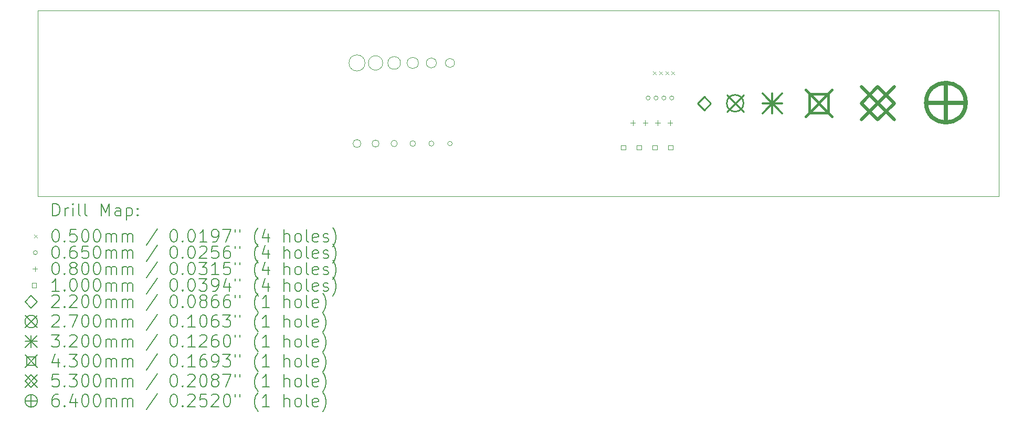
<source format=gbr>
%TF.GenerationSoftware,KiCad,Pcbnew,7.0.1*%
%TF.CreationDate,2023-08-07T22:19:13+01:00*%
%TF.ProjectId,Ruler_KiCad,52756c65-725f-44b6-9943-61642e6b6963,rev?*%
%TF.SameCoordinates,Original*%
%TF.FileFunction,Drillmap*%
%TF.FilePolarity,Positive*%
%FSLAX45Y45*%
G04 Gerber Fmt 4.5, Leading zero omitted, Abs format (unit mm)*
G04 Created by KiCad (PCBNEW 7.0.1) date 2023-08-07 22:19:13*
%MOMM*%
%LPD*%
G01*
G04 APERTURE LIST*
%ADD10C,0.100000*%
%ADD11C,0.200000*%
%ADD12C,0.050000*%
%ADD13C,0.065000*%
%ADD14C,0.080000*%
%ADD15C,0.220000*%
%ADD16C,0.270000*%
%ADD17C,0.320000*%
%ADD18C,0.430000*%
%ADD19C,0.530000*%
%ADD20C,0.640000*%
G04 APERTURE END LIST*
D10*
X12714550Y-10650000D02*
G75*
G03*
X12714550Y-10650000I-64550J0D01*
G01*
X14186150Y-10650000D02*
G75*
G03*
X14186150Y-10650000I-36150J0D01*
G01*
X13641400Y-9350000D02*
G75*
G03*
X13641400Y-9350000I-91400J0D01*
G01*
X14222500Y-9350000D02*
G75*
G03*
X14222500Y-9350000I-72500J0D01*
G01*
X12779400Y-9350000D02*
G75*
G03*
X12779400Y-9350000I-129400J0D01*
G01*
X7500000Y-8500000D02*
X23000000Y-8500000D01*
X23000000Y-11500000D01*
X7500000Y-11500000D01*
X7500000Y-8500000D01*
X13065250Y-9350000D02*
G75*
G03*
X13065250Y-9350000I-115250J0D01*
G01*
X13890600Y-10650000D02*
G75*
G03*
X13890600Y-10650000I-40600J0D01*
G01*
X13595600Y-10650000D02*
G75*
G03*
X13595600Y-10650000I-45600J0D01*
G01*
X13007500Y-10650000D02*
G75*
G03*
X13007500Y-10650000I-57500J0D01*
G01*
X13352650Y-9350000D02*
G75*
G03*
X13352650Y-9350000I-102650J0D01*
G01*
X13931400Y-9350000D02*
G75*
G03*
X13931400Y-9350000I-81400J0D01*
G01*
X13301200Y-10650000D02*
G75*
G03*
X13301200Y-10650000I-51200J0D01*
G01*
D11*
D12*
X17425000Y-9490000D02*
X17475000Y-9540000D01*
X17475000Y-9490000D02*
X17425000Y-9540000D01*
X17525000Y-9490000D02*
X17575000Y-9540000D01*
X17575000Y-9490000D02*
X17525000Y-9540000D01*
X17625000Y-9490000D02*
X17675000Y-9540000D01*
X17675000Y-9490000D02*
X17625000Y-9540000D01*
X17725000Y-9490000D02*
X17775000Y-9540000D01*
X17775000Y-9490000D02*
X17725000Y-9540000D01*
D13*
X17378500Y-9915000D02*
G75*
G03*
X17378500Y-9915000I-32500J0D01*
G01*
X17505500Y-9915000D02*
G75*
G03*
X17505500Y-9915000I-32500J0D01*
G01*
X17632500Y-9915000D02*
G75*
G03*
X17632500Y-9915000I-32500J0D01*
G01*
X17759500Y-9915000D02*
G75*
G03*
X17759500Y-9915000I-32500J0D01*
G01*
D14*
X17100000Y-10275000D02*
X17100000Y-10355000D01*
X17060000Y-10315000D02*
X17140000Y-10315000D01*
X17300000Y-10275000D02*
X17300000Y-10355000D01*
X17260000Y-10315000D02*
X17340000Y-10315000D01*
X17500000Y-10275000D02*
X17500000Y-10355000D01*
X17460000Y-10315000D02*
X17540000Y-10315000D01*
X17700000Y-10275000D02*
X17700000Y-10355000D01*
X17660000Y-10315000D02*
X17740000Y-10315000D01*
D10*
X16980356Y-10750356D02*
X16980356Y-10679644D01*
X16909644Y-10679644D01*
X16909644Y-10750356D01*
X16980356Y-10750356D01*
X17234356Y-10750356D02*
X17234356Y-10679644D01*
X17163644Y-10679644D01*
X17163644Y-10750356D01*
X17234356Y-10750356D01*
X17488356Y-10750356D02*
X17488356Y-10679644D01*
X17417644Y-10679644D01*
X17417644Y-10750356D01*
X17488356Y-10750356D01*
X17742356Y-10750356D02*
X17742356Y-10679644D01*
X17671644Y-10679644D01*
X17671644Y-10750356D01*
X17742356Y-10750356D01*
D15*
X18250000Y-10110000D02*
X18360000Y-10000000D01*
X18250000Y-9890000D01*
X18140000Y-10000000D01*
X18250000Y-10110000D01*
D16*
X18615000Y-9865000D02*
X18885000Y-10135000D01*
X18885000Y-9865000D02*
X18615000Y-10135000D01*
X18885000Y-10000000D02*
G75*
G03*
X18885000Y-10000000I-135000J0D01*
G01*
D17*
X19190000Y-9840000D02*
X19510000Y-10160000D01*
X19510000Y-9840000D02*
X19190000Y-10160000D01*
X19350000Y-9840000D02*
X19350000Y-10160000D01*
X19190000Y-10000000D02*
X19510000Y-10000000D01*
D18*
X19885000Y-9785000D02*
X20315000Y-10215000D01*
X20315000Y-9785000D02*
X19885000Y-10215000D01*
X20252029Y-10152029D02*
X20252029Y-9847971D01*
X19947971Y-9847971D01*
X19947971Y-10152029D01*
X20252029Y-10152029D01*
D19*
X20785000Y-9735000D02*
X21315000Y-10265000D01*
X21315000Y-9735000D02*
X20785000Y-10265000D01*
X21050000Y-10265000D02*
X21315000Y-10000000D01*
X21050000Y-9735000D01*
X20785000Y-10000000D01*
X21050000Y-10265000D01*
D20*
X22150000Y-9670000D02*
X22150000Y-10310000D01*
X21830000Y-9990000D02*
X22470000Y-9990000D01*
X22470000Y-9990000D02*
G75*
G03*
X22470000Y-9990000I-320000J0D01*
G01*
D11*
X7742619Y-11817524D02*
X7742619Y-11617524D01*
X7742619Y-11617524D02*
X7790238Y-11617524D01*
X7790238Y-11617524D02*
X7818809Y-11627048D01*
X7818809Y-11627048D02*
X7837857Y-11646095D01*
X7837857Y-11646095D02*
X7847381Y-11665143D01*
X7847381Y-11665143D02*
X7856905Y-11703238D01*
X7856905Y-11703238D02*
X7856905Y-11731809D01*
X7856905Y-11731809D02*
X7847381Y-11769905D01*
X7847381Y-11769905D02*
X7837857Y-11788952D01*
X7837857Y-11788952D02*
X7818809Y-11808000D01*
X7818809Y-11808000D02*
X7790238Y-11817524D01*
X7790238Y-11817524D02*
X7742619Y-11817524D01*
X7942619Y-11817524D02*
X7942619Y-11684190D01*
X7942619Y-11722286D02*
X7952143Y-11703238D01*
X7952143Y-11703238D02*
X7961667Y-11693714D01*
X7961667Y-11693714D02*
X7980714Y-11684190D01*
X7980714Y-11684190D02*
X7999762Y-11684190D01*
X8066428Y-11817524D02*
X8066428Y-11684190D01*
X8066428Y-11617524D02*
X8056905Y-11627048D01*
X8056905Y-11627048D02*
X8066428Y-11636571D01*
X8066428Y-11636571D02*
X8075952Y-11627048D01*
X8075952Y-11627048D02*
X8066428Y-11617524D01*
X8066428Y-11617524D02*
X8066428Y-11636571D01*
X8190238Y-11817524D02*
X8171190Y-11808000D01*
X8171190Y-11808000D02*
X8161667Y-11788952D01*
X8161667Y-11788952D02*
X8161667Y-11617524D01*
X8295000Y-11817524D02*
X8275952Y-11808000D01*
X8275952Y-11808000D02*
X8266428Y-11788952D01*
X8266428Y-11788952D02*
X8266428Y-11617524D01*
X8523571Y-11817524D02*
X8523571Y-11617524D01*
X8523571Y-11617524D02*
X8590238Y-11760381D01*
X8590238Y-11760381D02*
X8656905Y-11617524D01*
X8656905Y-11617524D02*
X8656905Y-11817524D01*
X8837857Y-11817524D02*
X8837857Y-11712762D01*
X8837857Y-11712762D02*
X8828333Y-11693714D01*
X8828333Y-11693714D02*
X8809286Y-11684190D01*
X8809286Y-11684190D02*
X8771190Y-11684190D01*
X8771190Y-11684190D02*
X8752143Y-11693714D01*
X8837857Y-11808000D02*
X8818810Y-11817524D01*
X8818810Y-11817524D02*
X8771190Y-11817524D01*
X8771190Y-11817524D02*
X8752143Y-11808000D01*
X8752143Y-11808000D02*
X8742619Y-11788952D01*
X8742619Y-11788952D02*
X8742619Y-11769905D01*
X8742619Y-11769905D02*
X8752143Y-11750857D01*
X8752143Y-11750857D02*
X8771190Y-11741333D01*
X8771190Y-11741333D02*
X8818810Y-11741333D01*
X8818810Y-11741333D02*
X8837857Y-11731809D01*
X8933095Y-11684190D02*
X8933095Y-11884190D01*
X8933095Y-11693714D02*
X8952143Y-11684190D01*
X8952143Y-11684190D02*
X8990238Y-11684190D01*
X8990238Y-11684190D02*
X9009286Y-11693714D01*
X9009286Y-11693714D02*
X9018810Y-11703238D01*
X9018810Y-11703238D02*
X9028333Y-11722286D01*
X9028333Y-11722286D02*
X9028333Y-11779428D01*
X9028333Y-11779428D02*
X9018810Y-11798476D01*
X9018810Y-11798476D02*
X9009286Y-11808000D01*
X9009286Y-11808000D02*
X8990238Y-11817524D01*
X8990238Y-11817524D02*
X8952143Y-11817524D01*
X8952143Y-11817524D02*
X8933095Y-11808000D01*
X9114048Y-11798476D02*
X9123571Y-11808000D01*
X9123571Y-11808000D02*
X9114048Y-11817524D01*
X9114048Y-11817524D02*
X9104524Y-11808000D01*
X9104524Y-11808000D02*
X9114048Y-11798476D01*
X9114048Y-11798476D02*
X9114048Y-11817524D01*
X9114048Y-11693714D02*
X9123571Y-11703238D01*
X9123571Y-11703238D02*
X9114048Y-11712762D01*
X9114048Y-11712762D02*
X9104524Y-11703238D01*
X9104524Y-11703238D02*
X9114048Y-11693714D01*
X9114048Y-11693714D02*
X9114048Y-11712762D01*
D12*
X7445000Y-12120000D02*
X7495000Y-12170000D01*
X7495000Y-12120000D02*
X7445000Y-12170000D01*
D11*
X7780714Y-12037524D02*
X7799762Y-12037524D01*
X7799762Y-12037524D02*
X7818809Y-12047048D01*
X7818809Y-12047048D02*
X7828333Y-12056571D01*
X7828333Y-12056571D02*
X7837857Y-12075619D01*
X7837857Y-12075619D02*
X7847381Y-12113714D01*
X7847381Y-12113714D02*
X7847381Y-12161333D01*
X7847381Y-12161333D02*
X7837857Y-12199428D01*
X7837857Y-12199428D02*
X7828333Y-12218476D01*
X7828333Y-12218476D02*
X7818809Y-12228000D01*
X7818809Y-12228000D02*
X7799762Y-12237524D01*
X7799762Y-12237524D02*
X7780714Y-12237524D01*
X7780714Y-12237524D02*
X7761667Y-12228000D01*
X7761667Y-12228000D02*
X7752143Y-12218476D01*
X7752143Y-12218476D02*
X7742619Y-12199428D01*
X7742619Y-12199428D02*
X7733095Y-12161333D01*
X7733095Y-12161333D02*
X7733095Y-12113714D01*
X7733095Y-12113714D02*
X7742619Y-12075619D01*
X7742619Y-12075619D02*
X7752143Y-12056571D01*
X7752143Y-12056571D02*
X7761667Y-12047048D01*
X7761667Y-12047048D02*
X7780714Y-12037524D01*
X7933095Y-12218476D02*
X7942619Y-12228000D01*
X7942619Y-12228000D02*
X7933095Y-12237524D01*
X7933095Y-12237524D02*
X7923571Y-12228000D01*
X7923571Y-12228000D02*
X7933095Y-12218476D01*
X7933095Y-12218476D02*
X7933095Y-12237524D01*
X8123571Y-12037524D02*
X8028333Y-12037524D01*
X8028333Y-12037524D02*
X8018809Y-12132762D01*
X8018809Y-12132762D02*
X8028333Y-12123238D01*
X8028333Y-12123238D02*
X8047381Y-12113714D01*
X8047381Y-12113714D02*
X8095000Y-12113714D01*
X8095000Y-12113714D02*
X8114048Y-12123238D01*
X8114048Y-12123238D02*
X8123571Y-12132762D01*
X8123571Y-12132762D02*
X8133095Y-12151809D01*
X8133095Y-12151809D02*
X8133095Y-12199428D01*
X8133095Y-12199428D02*
X8123571Y-12218476D01*
X8123571Y-12218476D02*
X8114048Y-12228000D01*
X8114048Y-12228000D02*
X8095000Y-12237524D01*
X8095000Y-12237524D02*
X8047381Y-12237524D01*
X8047381Y-12237524D02*
X8028333Y-12228000D01*
X8028333Y-12228000D02*
X8018809Y-12218476D01*
X8256905Y-12037524D02*
X8275952Y-12037524D01*
X8275952Y-12037524D02*
X8295000Y-12047048D01*
X8295000Y-12047048D02*
X8304524Y-12056571D01*
X8304524Y-12056571D02*
X8314048Y-12075619D01*
X8314048Y-12075619D02*
X8323571Y-12113714D01*
X8323571Y-12113714D02*
X8323571Y-12161333D01*
X8323571Y-12161333D02*
X8314048Y-12199428D01*
X8314048Y-12199428D02*
X8304524Y-12218476D01*
X8304524Y-12218476D02*
X8295000Y-12228000D01*
X8295000Y-12228000D02*
X8275952Y-12237524D01*
X8275952Y-12237524D02*
X8256905Y-12237524D01*
X8256905Y-12237524D02*
X8237857Y-12228000D01*
X8237857Y-12228000D02*
X8228333Y-12218476D01*
X8228333Y-12218476D02*
X8218809Y-12199428D01*
X8218809Y-12199428D02*
X8209286Y-12161333D01*
X8209286Y-12161333D02*
X8209286Y-12113714D01*
X8209286Y-12113714D02*
X8218809Y-12075619D01*
X8218809Y-12075619D02*
X8228333Y-12056571D01*
X8228333Y-12056571D02*
X8237857Y-12047048D01*
X8237857Y-12047048D02*
X8256905Y-12037524D01*
X8447381Y-12037524D02*
X8466429Y-12037524D01*
X8466429Y-12037524D02*
X8485476Y-12047048D01*
X8485476Y-12047048D02*
X8495000Y-12056571D01*
X8495000Y-12056571D02*
X8504524Y-12075619D01*
X8504524Y-12075619D02*
X8514048Y-12113714D01*
X8514048Y-12113714D02*
X8514048Y-12161333D01*
X8514048Y-12161333D02*
X8504524Y-12199428D01*
X8504524Y-12199428D02*
X8495000Y-12218476D01*
X8495000Y-12218476D02*
X8485476Y-12228000D01*
X8485476Y-12228000D02*
X8466429Y-12237524D01*
X8466429Y-12237524D02*
X8447381Y-12237524D01*
X8447381Y-12237524D02*
X8428333Y-12228000D01*
X8428333Y-12228000D02*
X8418810Y-12218476D01*
X8418810Y-12218476D02*
X8409286Y-12199428D01*
X8409286Y-12199428D02*
X8399762Y-12161333D01*
X8399762Y-12161333D02*
X8399762Y-12113714D01*
X8399762Y-12113714D02*
X8409286Y-12075619D01*
X8409286Y-12075619D02*
X8418810Y-12056571D01*
X8418810Y-12056571D02*
X8428333Y-12047048D01*
X8428333Y-12047048D02*
X8447381Y-12037524D01*
X8599762Y-12237524D02*
X8599762Y-12104190D01*
X8599762Y-12123238D02*
X8609286Y-12113714D01*
X8609286Y-12113714D02*
X8628333Y-12104190D01*
X8628333Y-12104190D02*
X8656905Y-12104190D01*
X8656905Y-12104190D02*
X8675952Y-12113714D01*
X8675952Y-12113714D02*
X8685476Y-12132762D01*
X8685476Y-12132762D02*
X8685476Y-12237524D01*
X8685476Y-12132762D02*
X8695000Y-12113714D01*
X8695000Y-12113714D02*
X8714048Y-12104190D01*
X8714048Y-12104190D02*
X8742619Y-12104190D01*
X8742619Y-12104190D02*
X8761667Y-12113714D01*
X8761667Y-12113714D02*
X8771191Y-12132762D01*
X8771191Y-12132762D02*
X8771191Y-12237524D01*
X8866429Y-12237524D02*
X8866429Y-12104190D01*
X8866429Y-12123238D02*
X8875952Y-12113714D01*
X8875952Y-12113714D02*
X8895000Y-12104190D01*
X8895000Y-12104190D02*
X8923572Y-12104190D01*
X8923572Y-12104190D02*
X8942619Y-12113714D01*
X8942619Y-12113714D02*
X8952143Y-12132762D01*
X8952143Y-12132762D02*
X8952143Y-12237524D01*
X8952143Y-12132762D02*
X8961667Y-12113714D01*
X8961667Y-12113714D02*
X8980714Y-12104190D01*
X8980714Y-12104190D02*
X9009286Y-12104190D01*
X9009286Y-12104190D02*
X9028333Y-12113714D01*
X9028333Y-12113714D02*
X9037857Y-12132762D01*
X9037857Y-12132762D02*
X9037857Y-12237524D01*
X9428333Y-12028000D02*
X9256905Y-12285143D01*
X9685476Y-12037524D02*
X9704524Y-12037524D01*
X9704524Y-12037524D02*
X9723572Y-12047048D01*
X9723572Y-12047048D02*
X9733095Y-12056571D01*
X9733095Y-12056571D02*
X9742619Y-12075619D01*
X9742619Y-12075619D02*
X9752143Y-12113714D01*
X9752143Y-12113714D02*
X9752143Y-12161333D01*
X9752143Y-12161333D02*
X9742619Y-12199428D01*
X9742619Y-12199428D02*
X9733095Y-12218476D01*
X9733095Y-12218476D02*
X9723572Y-12228000D01*
X9723572Y-12228000D02*
X9704524Y-12237524D01*
X9704524Y-12237524D02*
X9685476Y-12237524D01*
X9685476Y-12237524D02*
X9666429Y-12228000D01*
X9666429Y-12228000D02*
X9656905Y-12218476D01*
X9656905Y-12218476D02*
X9647381Y-12199428D01*
X9647381Y-12199428D02*
X9637857Y-12161333D01*
X9637857Y-12161333D02*
X9637857Y-12113714D01*
X9637857Y-12113714D02*
X9647381Y-12075619D01*
X9647381Y-12075619D02*
X9656905Y-12056571D01*
X9656905Y-12056571D02*
X9666429Y-12047048D01*
X9666429Y-12047048D02*
X9685476Y-12037524D01*
X9837857Y-12218476D02*
X9847381Y-12228000D01*
X9847381Y-12228000D02*
X9837857Y-12237524D01*
X9837857Y-12237524D02*
X9828334Y-12228000D01*
X9828334Y-12228000D02*
X9837857Y-12218476D01*
X9837857Y-12218476D02*
X9837857Y-12237524D01*
X9971191Y-12037524D02*
X9990238Y-12037524D01*
X9990238Y-12037524D02*
X10009286Y-12047048D01*
X10009286Y-12047048D02*
X10018810Y-12056571D01*
X10018810Y-12056571D02*
X10028334Y-12075619D01*
X10028334Y-12075619D02*
X10037857Y-12113714D01*
X10037857Y-12113714D02*
X10037857Y-12161333D01*
X10037857Y-12161333D02*
X10028334Y-12199428D01*
X10028334Y-12199428D02*
X10018810Y-12218476D01*
X10018810Y-12218476D02*
X10009286Y-12228000D01*
X10009286Y-12228000D02*
X9990238Y-12237524D01*
X9990238Y-12237524D02*
X9971191Y-12237524D01*
X9971191Y-12237524D02*
X9952143Y-12228000D01*
X9952143Y-12228000D02*
X9942619Y-12218476D01*
X9942619Y-12218476D02*
X9933095Y-12199428D01*
X9933095Y-12199428D02*
X9923572Y-12161333D01*
X9923572Y-12161333D02*
X9923572Y-12113714D01*
X9923572Y-12113714D02*
X9933095Y-12075619D01*
X9933095Y-12075619D02*
X9942619Y-12056571D01*
X9942619Y-12056571D02*
X9952143Y-12047048D01*
X9952143Y-12047048D02*
X9971191Y-12037524D01*
X10228334Y-12237524D02*
X10114048Y-12237524D01*
X10171191Y-12237524D02*
X10171191Y-12037524D01*
X10171191Y-12037524D02*
X10152143Y-12066095D01*
X10152143Y-12066095D02*
X10133095Y-12085143D01*
X10133095Y-12085143D02*
X10114048Y-12094667D01*
X10323572Y-12237524D02*
X10361667Y-12237524D01*
X10361667Y-12237524D02*
X10380715Y-12228000D01*
X10380715Y-12228000D02*
X10390238Y-12218476D01*
X10390238Y-12218476D02*
X10409286Y-12189905D01*
X10409286Y-12189905D02*
X10418810Y-12151809D01*
X10418810Y-12151809D02*
X10418810Y-12075619D01*
X10418810Y-12075619D02*
X10409286Y-12056571D01*
X10409286Y-12056571D02*
X10399762Y-12047048D01*
X10399762Y-12047048D02*
X10380715Y-12037524D01*
X10380715Y-12037524D02*
X10342619Y-12037524D01*
X10342619Y-12037524D02*
X10323572Y-12047048D01*
X10323572Y-12047048D02*
X10314048Y-12056571D01*
X10314048Y-12056571D02*
X10304524Y-12075619D01*
X10304524Y-12075619D02*
X10304524Y-12123238D01*
X10304524Y-12123238D02*
X10314048Y-12142286D01*
X10314048Y-12142286D02*
X10323572Y-12151809D01*
X10323572Y-12151809D02*
X10342619Y-12161333D01*
X10342619Y-12161333D02*
X10380715Y-12161333D01*
X10380715Y-12161333D02*
X10399762Y-12151809D01*
X10399762Y-12151809D02*
X10409286Y-12142286D01*
X10409286Y-12142286D02*
X10418810Y-12123238D01*
X10485476Y-12037524D02*
X10618810Y-12037524D01*
X10618810Y-12037524D02*
X10533095Y-12237524D01*
X10685476Y-12037524D02*
X10685476Y-12075619D01*
X10761667Y-12037524D02*
X10761667Y-12075619D01*
X11056905Y-12313714D02*
X11047381Y-12304190D01*
X11047381Y-12304190D02*
X11028334Y-12275619D01*
X11028334Y-12275619D02*
X11018810Y-12256571D01*
X11018810Y-12256571D02*
X11009286Y-12228000D01*
X11009286Y-12228000D02*
X10999762Y-12180381D01*
X10999762Y-12180381D02*
X10999762Y-12142286D01*
X10999762Y-12142286D02*
X11009286Y-12094667D01*
X11009286Y-12094667D02*
X11018810Y-12066095D01*
X11018810Y-12066095D02*
X11028334Y-12047048D01*
X11028334Y-12047048D02*
X11047381Y-12018476D01*
X11047381Y-12018476D02*
X11056905Y-12008952D01*
X11218810Y-12104190D02*
X11218810Y-12237524D01*
X11171191Y-12028000D02*
X11123572Y-12170857D01*
X11123572Y-12170857D02*
X11247381Y-12170857D01*
X11475953Y-12237524D02*
X11475953Y-12037524D01*
X11561667Y-12237524D02*
X11561667Y-12132762D01*
X11561667Y-12132762D02*
X11552143Y-12113714D01*
X11552143Y-12113714D02*
X11533096Y-12104190D01*
X11533096Y-12104190D02*
X11504524Y-12104190D01*
X11504524Y-12104190D02*
X11485476Y-12113714D01*
X11485476Y-12113714D02*
X11475953Y-12123238D01*
X11685476Y-12237524D02*
X11666429Y-12228000D01*
X11666429Y-12228000D02*
X11656905Y-12218476D01*
X11656905Y-12218476D02*
X11647381Y-12199428D01*
X11647381Y-12199428D02*
X11647381Y-12142286D01*
X11647381Y-12142286D02*
X11656905Y-12123238D01*
X11656905Y-12123238D02*
X11666429Y-12113714D01*
X11666429Y-12113714D02*
X11685476Y-12104190D01*
X11685476Y-12104190D02*
X11714048Y-12104190D01*
X11714048Y-12104190D02*
X11733096Y-12113714D01*
X11733096Y-12113714D02*
X11742619Y-12123238D01*
X11742619Y-12123238D02*
X11752143Y-12142286D01*
X11752143Y-12142286D02*
X11752143Y-12199428D01*
X11752143Y-12199428D02*
X11742619Y-12218476D01*
X11742619Y-12218476D02*
X11733096Y-12228000D01*
X11733096Y-12228000D02*
X11714048Y-12237524D01*
X11714048Y-12237524D02*
X11685476Y-12237524D01*
X11866429Y-12237524D02*
X11847381Y-12228000D01*
X11847381Y-12228000D02*
X11837857Y-12208952D01*
X11837857Y-12208952D02*
X11837857Y-12037524D01*
X12018810Y-12228000D02*
X11999762Y-12237524D01*
X11999762Y-12237524D02*
X11961667Y-12237524D01*
X11961667Y-12237524D02*
X11942619Y-12228000D01*
X11942619Y-12228000D02*
X11933096Y-12208952D01*
X11933096Y-12208952D02*
X11933096Y-12132762D01*
X11933096Y-12132762D02*
X11942619Y-12113714D01*
X11942619Y-12113714D02*
X11961667Y-12104190D01*
X11961667Y-12104190D02*
X11999762Y-12104190D01*
X11999762Y-12104190D02*
X12018810Y-12113714D01*
X12018810Y-12113714D02*
X12028334Y-12132762D01*
X12028334Y-12132762D02*
X12028334Y-12151809D01*
X12028334Y-12151809D02*
X11933096Y-12170857D01*
X12104524Y-12228000D02*
X12123572Y-12237524D01*
X12123572Y-12237524D02*
X12161667Y-12237524D01*
X12161667Y-12237524D02*
X12180715Y-12228000D01*
X12180715Y-12228000D02*
X12190238Y-12208952D01*
X12190238Y-12208952D02*
X12190238Y-12199428D01*
X12190238Y-12199428D02*
X12180715Y-12180381D01*
X12180715Y-12180381D02*
X12161667Y-12170857D01*
X12161667Y-12170857D02*
X12133096Y-12170857D01*
X12133096Y-12170857D02*
X12114048Y-12161333D01*
X12114048Y-12161333D02*
X12104524Y-12142286D01*
X12104524Y-12142286D02*
X12104524Y-12132762D01*
X12104524Y-12132762D02*
X12114048Y-12113714D01*
X12114048Y-12113714D02*
X12133096Y-12104190D01*
X12133096Y-12104190D02*
X12161667Y-12104190D01*
X12161667Y-12104190D02*
X12180715Y-12113714D01*
X12256905Y-12313714D02*
X12266429Y-12304190D01*
X12266429Y-12304190D02*
X12285477Y-12275619D01*
X12285477Y-12275619D02*
X12295000Y-12256571D01*
X12295000Y-12256571D02*
X12304524Y-12228000D01*
X12304524Y-12228000D02*
X12314048Y-12180381D01*
X12314048Y-12180381D02*
X12314048Y-12142286D01*
X12314048Y-12142286D02*
X12304524Y-12094667D01*
X12304524Y-12094667D02*
X12295000Y-12066095D01*
X12295000Y-12066095D02*
X12285477Y-12047048D01*
X12285477Y-12047048D02*
X12266429Y-12018476D01*
X12266429Y-12018476D02*
X12256905Y-12008952D01*
D13*
X7495000Y-12409000D02*
G75*
G03*
X7495000Y-12409000I-32500J0D01*
G01*
D11*
X7780714Y-12301524D02*
X7799762Y-12301524D01*
X7799762Y-12301524D02*
X7818809Y-12311048D01*
X7818809Y-12311048D02*
X7828333Y-12320571D01*
X7828333Y-12320571D02*
X7837857Y-12339619D01*
X7837857Y-12339619D02*
X7847381Y-12377714D01*
X7847381Y-12377714D02*
X7847381Y-12425333D01*
X7847381Y-12425333D02*
X7837857Y-12463428D01*
X7837857Y-12463428D02*
X7828333Y-12482476D01*
X7828333Y-12482476D02*
X7818809Y-12492000D01*
X7818809Y-12492000D02*
X7799762Y-12501524D01*
X7799762Y-12501524D02*
X7780714Y-12501524D01*
X7780714Y-12501524D02*
X7761667Y-12492000D01*
X7761667Y-12492000D02*
X7752143Y-12482476D01*
X7752143Y-12482476D02*
X7742619Y-12463428D01*
X7742619Y-12463428D02*
X7733095Y-12425333D01*
X7733095Y-12425333D02*
X7733095Y-12377714D01*
X7733095Y-12377714D02*
X7742619Y-12339619D01*
X7742619Y-12339619D02*
X7752143Y-12320571D01*
X7752143Y-12320571D02*
X7761667Y-12311048D01*
X7761667Y-12311048D02*
X7780714Y-12301524D01*
X7933095Y-12482476D02*
X7942619Y-12492000D01*
X7942619Y-12492000D02*
X7933095Y-12501524D01*
X7933095Y-12501524D02*
X7923571Y-12492000D01*
X7923571Y-12492000D02*
X7933095Y-12482476D01*
X7933095Y-12482476D02*
X7933095Y-12501524D01*
X8114048Y-12301524D02*
X8075952Y-12301524D01*
X8075952Y-12301524D02*
X8056905Y-12311048D01*
X8056905Y-12311048D02*
X8047381Y-12320571D01*
X8047381Y-12320571D02*
X8028333Y-12349143D01*
X8028333Y-12349143D02*
X8018809Y-12387238D01*
X8018809Y-12387238D02*
X8018809Y-12463428D01*
X8018809Y-12463428D02*
X8028333Y-12482476D01*
X8028333Y-12482476D02*
X8037857Y-12492000D01*
X8037857Y-12492000D02*
X8056905Y-12501524D01*
X8056905Y-12501524D02*
X8095000Y-12501524D01*
X8095000Y-12501524D02*
X8114048Y-12492000D01*
X8114048Y-12492000D02*
X8123571Y-12482476D01*
X8123571Y-12482476D02*
X8133095Y-12463428D01*
X8133095Y-12463428D02*
X8133095Y-12415809D01*
X8133095Y-12415809D02*
X8123571Y-12396762D01*
X8123571Y-12396762D02*
X8114048Y-12387238D01*
X8114048Y-12387238D02*
X8095000Y-12377714D01*
X8095000Y-12377714D02*
X8056905Y-12377714D01*
X8056905Y-12377714D02*
X8037857Y-12387238D01*
X8037857Y-12387238D02*
X8028333Y-12396762D01*
X8028333Y-12396762D02*
X8018809Y-12415809D01*
X8314048Y-12301524D02*
X8218809Y-12301524D01*
X8218809Y-12301524D02*
X8209286Y-12396762D01*
X8209286Y-12396762D02*
X8218809Y-12387238D01*
X8218809Y-12387238D02*
X8237857Y-12377714D01*
X8237857Y-12377714D02*
X8285476Y-12377714D01*
X8285476Y-12377714D02*
X8304524Y-12387238D01*
X8304524Y-12387238D02*
X8314048Y-12396762D01*
X8314048Y-12396762D02*
X8323571Y-12415809D01*
X8323571Y-12415809D02*
X8323571Y-12463428D01*
X8323571Y-12463428D02*
X8314048Y-12482476D01*
X8314048Y-12482476D02*
X8304524Y-12492000D01*
X8304524Y-12492000D02*
X8285476Y-12501524D01*
X8285476Y-12501524D02*
X8237857Y-12501524D01*
X8237857Y-12501524D02*
X8218809Y-12492000D01*
X8218809Y-12492000D02*
X8209286Y-12482476D01*
X8447381Y-12301524D02*
X8466429Y-12301524D01*
X8466429Y-12301524D02*
X8485476Y-12311048D01*
X8485476Y-12311048D02*
X8495000Y-12320571D01*
X8495000Y-12320571D02*
X8504524Y-12339619D01*
X8504524Y-12339619D02*
X8514048Y-12377714D01*
X8514048Y-12377714D02*
X8514048Y-12425333D01*
X8514048Y-12425333D02*
X8504524Y-12463428D01*
X8504524Y-12463428D02*
X8495000Y-12482476D01*
X8495000Y-12482476D02*
X8485476Y-12492000D01*
X8485476Y-12492000D02*
X8466429Y-12501524D01*
X8466429Y-12501524D02*
X8447381Y-12501524D01*
X8447381Y-12501524D02*
X8428333Y-12492000D01*
X8428333Y-12492000D02*
X8418810Y-12482476D01*
X8418810Y-12482476D02*
X8409286Y-12463428D01*
X8409286Y-12463428D02*
X8399762Y-12425333D01*
X8399762Y-12425333D02*
X8399762Y-12377714D01*
X8399762Y-12377714D02*
X8409286Y-12339619D01*
X8409286Y-12339619D02*
X8418810Y-12320571D01*
X8418810Y-12320571D02*
X8428333Y-12311048D01*
X8428333Y-12311048D02*
X8447381Y-12301524D01*
X8599762Y-12501524D02*
X8599762Y-12368190D01*
X8599762Y-12387238D02*
X8609286Y-12377714D01*
X8609286Y-12377714D02*
X8628333Y-12368190D01*
X8628333Y-12368190D02*
X8656905Y-12368190D01*
X8656905Y-12368190D02*
X8675952Y-12377714D01*
X8675952Y-12377714D02*
X8685476Y-12396762D01*
X8685476Y-12396762D02*
X8685476Y-12501524D01*
X8685476Y-12396762D02*
X8695000Y-12377714D01*
X8695000Y-12377714D02*
X8714048Y-12368190D01*
X8714048Y-12368190D02*
X8742619Y-12368190D01*
X8742619Y-12368190D02*
X8761667Y-12377714D01*
X8761667Y-12377714D02*
X8771191Y-12396762D01*
X8771191Y-12396762D02*
X8771191Y-12501524D01*
X8866429Y-12501524D02*
X8866429Y-12368190D01*
X8866429Y-12387238D02*
X8875952Y-12377714D01*
X8875952Y-12377714D02*
X8895000Y-12368190D01*
X8895000Y-12368190D02*
X8923572Y-12368190D01*
X8923572Y-12368190D02*
X8942619Y-12377714D01*
X8942619Y-12377714D02*
X8952143Y-12396762D01*
X8952143Y-12396762D02*
X8952143Y-12501524D01*
X8952143Y-12396762D02*
X8961667Y-12377714D01*
X8961667Y-12377714D02*
X8980714Y-12368190D01*
X8980714Y-12368190D02*
X9009286Y-12368190D01*
X9009286Y-12368190D02*
X9028333Y-12377714D01*
X9028333Y-12377714D02*
X9037857Y-12396762D01*
X9037857Y-12396762D02*
X9037857Y-12501524D01*
X9428333Y-12292000D02*
X9256905Y-12549143D01*
X9685476Y-12301524D02*
X9704524Y-12301524D01*
X9704524Y-12301524D02*
X9723572Y-12311048D01*
X9723572Y-12311048D02*
X9733095Y-12320571D01*
X9733095Y-12320571D02*
X9742619Y-12339619D01*
X9742619Y-12339619D02*
X9752143Y-12377714D01*
X9752143Y-12377714D02*
X9752143Y-12425333D01*
X9752143Y-12425333D02*
X9742619Y-12463428D01*
X9742619Y-12463428D02*
X9733095Y-12482476D01*
X9733095Y-12482476D02*
X9723572Y-12492000D01*
X9723572Y-12492000D02*
X9704524Y-12501524D01*
X9704524Y-12501524D02*
X9685476Y-12501524D01*
X9685476Y-12501524D02*
X9666429Y-12492000D01*
X9666429Y-12492000D02*
X9656905Y-12482476D01*
X9656905Y-12482476D02*
X9647381Y-12463428D01*
X9647381Y-12463428D02*
X9637857Y-12425333D01*
X9637857Y-12425333D02*
X9637857Y-12377714D01*
X9637857Y-12377714D02*
X9647381Y-12339619D01*
X9647381Y-12339619D02*
X9656905Y-12320571D01*
X9656905Y-12320571D02*
X9666429Y-12311048D01*
X9666429Y-12311048D02*
X9685476Y-12301524D01*
X9837857Y-12482476D02*
X9847381Y-12492000D01*
X9847381Y-12492000D02*
X9837857Y-12501524D01*
X9837857Y-12501524D02*
X9828334Y-12492000D01*
X9828334Y-12492000D02*
X9837857Y-12482476D01*
X9837857Y-12482476D02*
X9837857Y-12501524D01*
X9971191Y-12301524D02*
X9990238Y-12301524D01*
X9990238Y-12301524D02*
X10009286Y-12311048D01*
X10009286Y-12311048D02*
X10018810Y-12320571D01*
X10018810Y-12320571D02*
X10028334Y-12339619D01*
X10028334Y-12339619D02*
X10037857Y-12377714D01*
X10037857Y-12377714D02*
X10037857Y-12425333D01*
X10037857Y-12425333D02*
X10028334Y-12463428D01*
X10028334Y-12463428D02*
X10018810Y-12482476D01*
X10018810Y-12482476D02*
X10009286Y-12492000D01*
X10009286Y-12492000D02*
X9990238Y-12501524D01*
X9990238Y-12501524D02*
X9971191Y-12501524D01*
X9971191Y-12501524D02*
X9952143Y-12492000D01*
X9952143Y-12492000D02*
X9942619Y-12482476D01*
X9942619Y-12482476D02*
X9933095Y-12463428D01*
X9933095Y-12463428D02*
X9923572Y-12425333D01*
X9923572Y-12425333D02*
X9923572Y-12377714D01*
X9923572Y-12377714D02*
X9933095Y-12339619D01*
X9933095Y-12339619D02*
X9942619Y-12320571D01*
X9942619Y-12320571D02*
X9952143Y-12311048D01*
X9952143Y-12311048D02*
X9971191Y-12301524D01*
X10114048Y-12320571D02*
X10123572Y-12311048D01*
X10123572Y-12311048D02*
X10142619Y-12301524D01*
X10142619Y-12301524D02*
X10190238Y-12301524D01*
X10190238Y-12301524D02*
X10209286Y-12311048D01*
X10209286Y-12311048D02*
X10218810Y-12320571D01*
X10218810Y-12320571D02*
X10228334Y-12339619D01*
X10228334Y-12339619D02*
X10228334Y-12358667D01*
X10228334Y-12358667D02*
X10218810Y-12387238D01*
X10218810Y-12387238D02*
X10104524Y-12501524D01*
X10104524Y-12501524D02*
X10228334Y-12501524D01*
X10409286Y-12301524D02*
X10314048Y-12301524D01*
X10314048Y-12301524D02*
X10304524Y-12396762D01*
X10304524Y-12396762D02*
X10314048Y-12387238D01*
X10314048Y-12387238D02*
X10333095Y-12377714D01*
X10333095Y-12377714D02*
X10380715Y-12377714D01*
X10380715Y-12377714D02*
X10399762Y-12387238D01*
X10399762Y-12387238D02*
X10409286Y-12396762D01*
X10409286Y-12396762D02*
X10418810Y-12415809D01*
X10418810Y-12415809D02*
X10418810Y-12463428D01*
X10418810Y-12463428D02*
X10409286Y-12482476D01*
X10409286Y-12482476D02*
X10399762Y-12492000D01*
X10399762Y-12492000D02*
X10380715Y-12501524D01*
X10380715Y-12501524D02*
X10333095Y-12501524D01*
X10333095Y-12501524D02*
X10314048Y-12492000D01*
X10314048Y-12492000D02*
X10304524Y-12482476D01*
X10590238Y-12301524D02*
X10552143Y-12301524D01*
X10552143Y-12301524D02*
X10533095Y-12311048D01*
X10533095Y-12311048D02*
X10523572Y-12320571D01*
X10523572Y-12320571D02*
X10504524Y-12349143D01*
X10504524Y-12349143D02*
X10495000Y-12387238D01*
X10495000Y-12387238D02*
X10495000Y-12463428D01*
X10495000Y-12463428D02*
X10504524Y-12482476D01*
X10504524Y-12482476D02*
X10514048Y-12492000D01*
X10514048Y-12492000D02*
X10533095Y-12501524D01*
X10533095Y-12501524D02*
X10571191Y-12501524D01*
X10571191Y-12501524D02*
X10590238Y-12492000D01*
X10590238Y-12492000D02*
X10599762Y-12482476D01*
X10599762Y-12482476D02*
X10609286Y-12463428D01*
X10609286Y-12463428D02*
X10609286Y-12415809D01*
X10609286Y-12415809D02*
X10599762Y-12396762D01*
X10599762Y-12396762D02*
X10590238Y-12387238D01*
X10590238Y-12387238D02*
X10571191Y-12377714D01*
X10571191Y-12377714D02*
X10533095Y-12377714D01*
X10533095Y-12377714D02*
X10514048Y-12387238D01*
X10514048Y-12387238D02*
X10504524Y-12396762D01*
X10504524Y-12396762D02*
X10495000Y-12415809D01*
X10685476Y-12301524D02*
X10685476Y-12339619D01*
X10761667Y-12301524D02*
X10761667Y-12339619D01*
X11056905Y-12577714D02*
X11047381Y-12568190D01*
X11047381Y-12568190D02*
X11028334Y-12539619D01*
X11028334Y-12539619D02*
X11018810Y-12520571D01*
X11018810Y-12520571D02*
X11009286Y-12492000D01*
X11009286Y-12492000D02*
X10999762Y-12444381D01*
X10999762Y-12444381D02*
X10999762Y-12406286D01*
X10999762Y-12406286D02*
X11009286Y-12358667D01*
X11009286Y-12358667D02*
X11018810Y-12330095D01*
X11018810Y-12330095D02*
X11028334Y-12311048D01*
X11028334Y-12311048D02*
X11047381Y-12282476D01*
X11047381Y-12282476D02*
X11056905Y-12272952D01*
X11218810Y-12368190D02*
X11218810Y-12501524D01*
X11171191Y-12292000D02*
X11123572Y-12434857D01*
X11123572Y-12434857D02*
X11247381Y-12434857D01*
X11475953Y-12501524D02*
X11475953Y-12301524D01*
X11561667Y-12501524D02*
X11561667Y-12396762D01*
X11561667Y-12396762D02*
X11552143Y-12377714D01*
X11552143Y-12377714D02*
X11533096Y-12368190D01*
X11533096Y-12368190D02*
X11504524Y-12368190D01*
X11504524Y-12368190D02*
X11485476Y-12377714D01*
X11485476Y-12377714D02*
X11475953Y-12387238D01*
X11685476Y-12501524D02*
X11666429Y-12492000D01*
X11666429Y-12492000D02*
X11656905Y-12482476D01*
X11656905Y-12482476D02*
X11647381Y-12463428D01*
X11647381Y-12463428D02*
X11647381Y-12406286D01*
X11647381Y-12406286D02*
X11656905Y-12387238D01*
X11656905Y-12387238D02*
X11666429Y-12377714D01*
X11666429Y-12377714D02*
X11685476Y-12368190D01*
X11685476Y-12368190D02*
X11714048Y-12368190D01*
X11714048Y-12368190D02*
X11733096Y-12377714D01*
X11733096Y-12377714D02*
X11742619Y-12387238D01*
X11742619Y-12387238D02*
X11752143Y-12406286D01*
X11752143Y-12406286D02*
X11752143Y-12463428D01*
X11752143Y-12463428D02*
X11742619Y-12482476D01*
X11742619Y-12482476D02*
X11733096Y-12492000D01*
X11733096Y-12492000D02*
X11714048Y-12501524D01*
X11714048Y-12501524D02*
X11685476Y-12501524D01*
X11866429Y-12501524D02*
X11847381Y-12492000D01*
X11847381Y-12492000D02*
X11837857Y-12472952D01*
X11837857Y-12472952D02*
X11837857Y-12301524D01*
X12018810Y-12492000D02*
X11999762Y-12501524D01*
X11999762Y-12501524D02*
X11961667Y-12501524D01*
X11961667Y-12501524D02*
X11942619Y-12492000D01*
X11942619Y-12492000D02*
X11933096Y-12472952D01*
X11933096Y-12472952D02*
X11933096Y-12396762D01*
X11933096Y-12396762D02*
X11942619Y-12377714D01*
X11942619Y-12377714D02*
X11961667Y-12368190D01*
X11961667Y-12368190D02*
X11999762Y-12368190D01*
X11999762Y-12368190D02*
X12018810Y-12377714D01*
X12018810Y-12377714D02*
X12028334Y-12396762D01*
X12028334Y-12396762D02*
X12028334Y-12415809D01*
X12028334Y-12415809D02*
X11933096Y-12434857D01*
X12104524Y-12492000D02*
X12123572Y-12501524D01*
X12123572Y-12501524D02*
X12161667Y-12501524D01*
X12161667Y-12501524D02*
X12180715Y-12492000D01*
X12180715Y-12492000D02*
X12190238Y-12472952D01*
X12190238Y-12472952D02*
X12190238Y-12463428D01*
X12190238Y-12463428D02*
X12180715Y-12444381D01*
X12180715Y-12444381D02*
X12161667Y-12434857D01*
X12161667Y-12434857D02*
X12133096Y-12434857D01*
X12133096Y-12434857D02*
X12114048Y-12425333D01*
X12114048Y-12425333D02*
X12104524Y-12406286D01*
X12104524Y-12406286D02*
X12104524Y-12396762D01*
X12104524Y-12396762D02*
X12114048Y-12377714D01*
X12114048Y-12377714D02*
X12133096Y-12368190D01*
X12133096Y-12368190D02*
X12161667Y-12368190D01*
X12161667Y-12368190D02*
X12180715Y-12377714D01*
X12256905Y-12577714D02*
X12266429Y-12568190D01*
X12266429Y-12568190D02*
X12285477Y-12539619D01*
X12285477Y-12539619D02*
X12295000Y-12520571D01*
X12295000Y-12520571D02*
X12304524Y-12492000D01*
X12304524Y-12492000D02*
X12314048Y-12444381D01*
X12314048Y-12444381D02*
X12314048Y-12406286D01*
X12314048Y-12406286D02*
X12304524Y-12358667D01*
X12304524Y-12358667D02*
X12295000Y-12330095D01*
X12295000Y-12330095D02*
X12285477Y-12311048D01*
X12285477Y-12311048D02*
X12266429Y-12282476D01*
X12266429Y-12282476D02*
X12256905Y-12272952D01*
D14*
X7455000Y-12633000D02*
X7455000Y-12713000D01*
X7415000Y-12673000D02*
X7495000Y-12673000D01*
D11*
X7780714Y-12565524D02*
X7799762Y-12565524D01*
X7799762Y-12565524D02*
X7818809Y-12575048D01*
X7818809Y-12575048D02*
X7828333Y-12584571D01*
X7828333Y-12584571D02*
X7837857Y-12603619D01*
X7837857Y-12603619D02*
X7847381Y-12641714D01*
X7847381Y-12641714D02*
X7847381Y-12689333D01*
X7847381Y-12689333D02*
X7837857Y-12727428D01*
X7837857Y-12727428D02*
X7828333Y-12746476D01*
X7828333Y-12746476D02*
X7818809Y-12756000D01*
X7818809Y-12756000D02*
X7799762Y-12765524D01*
X7799762Y-12765524D02*
X7780714Y-12765524D01*
X7780714Y-12765524D02*
X7761667Y-12756000D01*
X7761667Y-12756000D02*
X7752143Y-12746476D01*
X7752143Y-12746476D02*
X7742619Y-12727428D01*
X7742619Y-12727428D02*
X7733095Y-12689333D01*
X7733095Y-12689333D02*
X7733095Y-12641714D01*
X7733095Y-12641714D02*
X7742619Y-12603619D01*
X7742619Y-12603619D02*
X7752143Y-12584571D01*
X7752143Y-12584571D02*
X7761667Y-12575048D01*
X7761667Y-12575048D02*
X7780714Y-12565524D01*
X7933095Y-12746476D02*
X7942619Y-12756000D01*
X7942619Y-12756000D02*
X7933095Y-12765524D01*
X7933095Y-12765524D02*
X7923571Y-12756000D01*
X7923571Y-12756000D02*
X7933095Y-12746476D01*
X7933095Y-12746476D02*
X7933095Y-12765524D01*
X8056905Y-12651238D02*
X8037857Y-12641714D01*
X8037857Y-12641714D02*
X8028333Y-12632190D01*
X8028333Y-12632190D02*
X8018809Y-12613143D01*
X8018809Y-12613143D02*
X8018809Y-12603619D01*
X8018809Y-12603619D02*
X8028333Y-12584571D01*
X8028333Y-12584571D02*
X8037857Y-12575048D01*
X8037857Y-12575048D02*
X8056905Y-12565524D01*
X8056905Y-12565524D02*
X8095000Y-12565524D01*
X8095000Y-12565524D02*
X8114048Y-12575048D01*
X8114048Y-12575048D02*
X8123571Y-12584571D01*
X8123571Y-12584571D02*
X8133095Y-12603619D01*
X8133095Y-12603619D02*
X8133095Y-12613143D01*
X8133095Y-12613143D02*
X8123571Y-12632190D01*
X8123571Y-12632190D02*
X8114048Y-12641714D01*
X8114048Y-12641714D02*
X8095000Y-12651238D01*
X8095000Y-12651238D02*
X8056905Y-12651238D01*
X8056905Y-12651238D02*
X8037857Y-12660762D01*
X8037857Y-12660762D02*
X8028333Y-12670286D01*
X8028333Y-12670286D02*
X8018809Y-12689333D01*
X8018809Y-12689333D02*
X8018809Y-12727428D01*
X8018809Y-12727428D02*
X8028333Y-12746476D01*
X8028333Y-12746476D02*
X8037857Y-12756000D01*
X8037857Y-12756000D02*
X8056905Y-12765524D01*
X8056905Y-12765524D02*
X8095000Y-12765524D01*
X8095000Y-12765524D02*
X8114048Y-12756000D01*
X8114048Y-12756000D02*
X8123571Y-12746476D01*
X8123571Y-12746476D02*
X8133095Y-12727428D01*
X8133095Y-12727428D02*
X8133095Y-12689333D01*
X8133095Y-12689333D02*
X8123571Y-12670286D01*
X8123571Y-12670286D02*
X8114048Y-12660762D01*
X8114048Y-12660762D02*
X8095000Y-12651238D01*
X8256905Y-12565524D02*
X8275952Y-12565524D01*
X8275952Y-12565524D02*
X8295000Y-12575048D01*
X8295000Y-12575048D02*
X8304524Y-12584571D01*
X8304524Y-12584571D02*
X8314048Y-12603619D01*
X8314048Y-12603619D02*
X8323571Y-12641714D01*
X8323571Y-12641714D02*
X8323571Y-12689333D01*
X8323571Y-12689333D02*
X8314048Y-12727428D01*
X8314048Y-12727428D02*
X8304524Y-12746476D01*
X8304524Y-12746476D02*
X8295000Y-12756000D01*
X8295000Y-12756000D02*
X8275952Y-12765524D01*
X8275952Y-12765524D02*
X8256905Y-12765524D01*
X8256905Y-12765524D02*
X8237857Y-12756000D01*
X8237857Y-12756000D02*
X8228333Y-12746476D01*
X8228333Y-12746476D02*
X8218809Y-12727428D01*
X8218809Y-12727428D02*
X8209286Y-12689333D01*
X8209286Y-12689333D02*
X8209286Y-12641714D01*
X8209286Y-12641714D02*
X8218809Y-12603619D01*
X8218809Y-12603619D02*
X8228333Y-12584571D01*
X8228333Y-12584571D02*
X8237857Y-12575048D01*
X8237857Y-12575048D02*
X8256905Y-12565524D01*
X8447381Y-12565524D02*
X8466429Y-12565524D01*
X8466429Y-12565524D02*
X8485476Y-12575048D01*
X8485476Y-12575048D02*
X8495000Y-12584571D01*
X8495000Y-12584571D02*
X8504524Y-12603619D01*
X8504524Y-12603619D02*
X8514048Y-12641714D01*
X8514048Y-12641714D02*
X8514048Y-12689333D01*
X8514048Y-12689333D02*
X8504524Y-12727428D01*
X8504524Y-12727428D02*
X8495000Y-12746476D01*
X8495000Y-12746476D02*
X8485476Y-12756000D01*
X8485476Y-12756000D02*
X8466429Y-12765524D01*
X8466429Y-12765524D02*
X8447381Y-12765524D01*
X8447381Y-12765524D02*
X8428333Y-12756000D01*
X8428333Y-12756000D02*
X8418810Y-12746476D01*
X8418810Y-12746476D02*
X8409286Y-12727428D01*
X8409286Y-12727428D02*
X8399762Y-12689333D01*
X8399762Y-12689333D02*
X8399762Y-12641714D01*
X8399762Y-12641714D02*
X8409286Y-12603619D01*
X8409286Y-12603619D02*
X8418810Y-12584571D01*
X8418810Y-12584571D02*
X8428333Y-12575048D01*
X8428333Y-12575048D02*
X8447381Y-12565524D01*
X8599762Y-12765524D02*
X8599762Y-12632190D01*
X8599762Y-12651238D02*
X8609286Y-12641714D01*
X8609286Y-12641714D02*
X8628333Y-12632190D01*
X8628333Y-12632190D02*
X8656905Y-12632190D01*
X8656905Y-12632190D02*
X8675952Y-12641714D01*
X8675952Y-12641714D02*
X8685476Y-12660762D01*
X8685476Y-12660762D02*
X8685476Y-12765524D01*
X8685476Y-12660762D02*
X8695000Y-12641714D01*
X8695000Y-12641714D02*
X8714048Y-12632190D01*
X8714048Y-12632190D02*
X8742619Y-12632190D01*
X8742619Y-12632190D02*
X8761667Y-12641714D01*
X8761667Y-12641714D02*
X8771191Y-12660762D01*
X8771191Y-12660762D02*
X8771191Y-12765524D01*
X8866429Y-12765524D02*
X8866429Y-12632190D01*
X8866429Y-12651238D02*
X8875952Y-12641714D01*
X8875952Y-12641714D02*
X8895000Y-12632190D01*
X8895000Y-12632190D02*
X8923572Y-12632190D01*
X8923572Y-12632190D02*
X8942619Y-12641714D01*
X8942619Y-12641714D02*
X8952143Y-12660762D01*
X8952143Y-12660762D02*
X8952143Y-12765524D01*
X8952143Y-12660762D02*
X8961667Y-12641714D01*
X8961667Y-12641714D02*
X8980714Y-12632190D01*
X8980714Y-12632190D02*
X9009286Y-12632190D01*
X9009286Y-12632190D02*
X9028333Y-12641714D01*
X9028333Y-12641714D02*
X9037857Y-12660762D01*
X9037857Y-12660762D02*
X9037857Y-12765524D01*
X9428333Y-12556000D02*
X9256905Y-12813143D01*
X9685476Y-12565524D02*
X9704524Y-12565524D01*
X9704524Y-12565524D02*
X9723572Y-12575048D01*
X9723572Y-12575048D02*
X9733095Y-12584571D01*
X9733095Y-12584571D02*
X9742619Y-12603619D01*
X9742619Y-12603619D02*
X9752143Y-12641714D01*
X9752143Y-12641714D02*
X9752143Y-12689333D01*
X9752143Y-12689333D02*
X9742619Y-12727428D01*
X9742619Y-12727428D02*
X9733095Y-12746476D01*
X9733095Y-12746476D02*
X9723572Y-12756000D01*
X9723572Y-12756000D02*
X9704524Y-12765524D01*
X9704524Y-12765524D02*
X9685476Y-12765524D01*
X9685476Y-12765524D02*
X9666429Y-12756000D01*
X9666429Y-12756000D02*
X9656905Y-12746476D01*
X9656905Y-12746476D02*
X9647381Y-12727428D01*
X9647381Y-12727428D02*
X9637857Y-12689333D01*
X9637857Y-12689333D02*
X9637857Y-12641714D01*
X9637857Y-12641714D02*
X9647381Y-12603619D01*
X9647381Y-12603619D02*
X9656905Y-12584571D01*
X9656905Y-12584571D02*
X9666429Y-12575048D01*
X9666429Y-12575048D02*
X9685476Y-12565524D01*
X9837857Y-12746476D02*
X9847381Y-12756000D01*
X9847381Y-12756000D02*
X9837857Y-12765524D01*
X9837857Y-12765524D02*
X9828334Y-12756000D01*
X9828334Y-12756000D02*
X9837857Y-12746476D01*
X9837857Y-12746476D02*
X9837857Y-12765524D01*
X9971191Y-12565524D02*
X9990238Y-12565524D01*
X9990238Y-12565524D02*
X10009286Y-12575048D01*
X10009286Y-12575048D02*
X10018810Y-12584571D01*
X10018810Y-12584571D02*
X10028334Y-12603619D01*
X10028334Y-12603619D02*
X10037857Y-12641714D01*
X10037857Y-12641714D02*
X10037857Y-12689333D01*
X10037857Y-12689333D02*
X10028334Y-12727428D01*
X10028334Y-12727428D02*
X10018810Y-12746476D01*
X10018810Y-12746476D02*
X10009286Y-12756000D01*
X10009286Y-12756000D02*
X9990238Y-12765524D01*
X9990238Y-12765524D02*
X9971191Y-12765524D01*
X9971191Y-12765524D02*
X9952143Y-12756000D01*
X9952143Y-12756000D02*
X9942619Y-12746476D01*
X9942619Y-12746476D02*
X9933095Y-12727428D01*
X9933095Y-12727428D02*
X9923572Y-12689333D01*
X9923572Y-12689333D02*
X9923572Y-12641714D01*
X9923572Y-12641714D02*
X9933095Y-12603619D01*
X9933095Y-12603619D02*
X9942619Y-12584571D01*
X9942619Y-12584571D02*
X9952143Y-12575048D01*
X9952143Y-12575048D02*
X9971191Y-12565524D01*
X10104524Y-12565524D02*
X10228334Y-12565524D01*
X10228334Y-12565524D02*
X10161667Y-12641714D01*
X10161667Y-12641714D02*
X10190238Y-12641714D01*
X10190238Y-12641714D02*
X10209286Y-12651238D01*
X10209286Y-12651238D02*
X10218810Y-12660762D01*
X10218810Y-12660762D02*
X10228334Y-12679809D01*
X10228334Y-12679809D02*
X10228334Y-12727428D01*
X10228334Y-12727428D02*
X10218810Y-12746476D01*
X10218810Y-12746476D02*
X10209286Y-12756000D01*
X10209286Y-12756000D02*
X10190238Y-12765524D01*
X10190238Y-12765524D02*
X10133095Y-12765524D01*
X10133095Y-12765524D02*
X10114048Y-12756000D01*
X10114048Y-12756000D02*
X10104524Y-12746476D01*
X10418810Y-12765524D02*
X10304524Y-12765524D01*
X10361667Y-12765524D02*
X10361667Y-12565524D01*
X10361667Y-12565524D02*
X10342619Y-12594095D01*
X10342619Y-12594095D02*
X10323572Y-12613143D01*
X10323572Y-12613143D02*
X10304524Y-12622667D01*
X10599762Y-12565524D02*
X10504524Y-12565524D01*
X10504524Y-12565524D02*
X10495000Y-12660762D01*
X10495000Y-12660762D02*
X10504524Y-12651238D01*
X10504524Y-12651238D02*
X10523572Y-12641714D01*
X10523572Y-12641714D02*
X10571191Y-12641714D01*
X10571191Y-12641714D02*
X10590238Y-12651238D01*
X10590238Y-12651238D02*
X10599762Y-12660762D01*
X10599762Y-12660762D02*
X10609286Y-12679809D01*
X10609286Y-12679809D02*
X10609286Y-12727428D01*
X10609286Y-12727428D02*
X10599762Y-12746476D01*
X10599762Y-12746476D02*
X10590238Y-12756000D01*
X10590238Y-12756000D02*
X10571191Y-12765524D01*
X10571191Y-12765524D02*
X10523572Y-12765524D01*
X10523572Y-12765524D02*
X10504524Y-12756000D01*
X10504524Y-12756000D02*
X10495000Y-12746476D01*
X10685476Y-12565524D02*
X10685476Y-12603619D01*
X10761667Y-12565524D02*
X10761667Y-12603619D01*
X11056905Y-12841714D02*
X11047381Y-12832190D01*
X11047381Y-12832190D02*
X11028334Y-12803619D01*
X11028334Y-12803619D02*
X11018810Y-12784571D01*
X11018810Y-12784571D02*
X11009286Y-12756000D01*
X11009286Y-12756000D02*
X10999762Y-12708381D01*
X10999762Y-12708381D02*
X10999762Y-12670286D01*
X10999762Y-12670286D02*
X11009286Y-12622667D01*
X11009286Y-12622667D02*
X11018810Y-12594095D01*
X11018810Y-12594095D02*
X11028334Y-12575048D01*
X11028334Y-12575048D02*
X11047381Y-12546476D01*
X11047381Y-12546476D02*
X11056905Y-12536952D01*
X11218810Y-12632190D02*
X11218810Y-12765524D01*
X11171191Y-12556000D02*
X11123572Y-12698857D01*
X11123572Y-12698857D02*
X11247381Y-12698857D01*
X11475953Y-12765524D02*
X11475953Y-12565524D01*
X11561667Y-12765524D02*
X11561667Y-12660762D01*
X11561667Y-12660762D02*
X11552143Y-12641714D01*
X11552143Y-12641714D02*
X11533096Y-12632190D01*
X11533096Y-12632190D02*
X11504524Y-12632190D01*
X11504524Y-12632190D02*
X11485476Y-12641714D01*
X11485476Y-12641714D02*
X11475953Y-12651238D01*
X11685476Y-12765524D02*
X11666429Y-12756000D01*
X11666429Y-12756000D02*
X11656905Y-12746476D01*
X11656905Y-12746476D02*
X11647381Y-12727428D01*
X11647381Y-12727428D02*
X11647381Y-12670286D01*
X11647381Y-12670286D02*
X11656905Y-12651238D01*
X11656905Y-12651238D02*
X11666429Y-12641714D01*
X11666429Y-12641714D02*
X11685476Y-12632190D01*
X11685476Y-12632190D02*
X11714048Y-12632190D01*
X11714048Y-12632190D02*
X11733096Y-12641714D01*
X11733096Y-12641714D02*
X11742619Y-12651238D01*
X11742619Y-12651238D02*
X11752143Y-12670286D01*
X11752143Y-12670286D02*
X11752143Y-12727428D01*
X11752143Y-12727428D02*
X11742619Y-12746476D01*
X11742619Y-12746476D02*
X11733096Y-12756000D01*
X11733096Y-12756000D02*
X11714048Y-12765524D01*
X11714048Y-12765524D02*
X11685476Y-12765524D01*
X11866429Y-12765524D02*
X11847381Y-12756000D01*
X11847381Y-12756000D02*
X11837857Y-12736952D01*
X11837857Y-12736952D02*
X11837857Y-12565524D01*
X12018810Y-12756000D02*
X11999762Y-12765524D01*
X11999762Y-12765524D02*
X11961667Y-12765524D01*
X11961667Y-12765524D02*
X11942619Y-12756000D01*
X11942619Y-12756000D02*
X11933096Y-12736952D01*
X11933096Y-12736952D02*
X11933096Y-12660762D01*
X11933096Y-12660762D02*
X11942619Y-12641714D01*
X11942619Y-12641714D02*
X11961667Y-12632190D01*
X11961667Y-12632190D02*
X11999762Y-12632190D01*
X11999762Y-12632190D02*
X12018810Y-12641714D01*
X12018810Y-12641714D02*
X12028334Y-12660762D01*
X12028334Y-12660762D02*
X12028334Y-12679809D01*
X12028334Y-12679809D02*
X11933096Y-12698857D01*
X12104524Y-12756000D02*
X12123572Y-12765524D01*
X12123572Y-12765524D02*
X12161667Y-12765524D01*
X12161667Y-12765524D02*
X12180715Y-12756000D01*
X12180715Y-12756000D02*
X12190238Y-12736952D01*
X12190238Y-12736952D02*
X12190238Y-12727428D01*
X12190238Y-12727428D02*
X12180715Y-12708381D01*
X12180715Y-12708381D02*
X12161667Y-12698857D01*
X12161667Y-12698857D02*
X12133096Y-12698857D01*
X12133096Y-12698857D02*
X12114048Y-12689333D01*
X12114048Y-12689333D02*
X12104524Y-12670286D01*
X12104524Y-12670286D02*
X12104524Y-12660762D01*
X12104524Y-12660762D02*
X12114048Y-12641714D01*
X12114048Y-12641714D02*
X12133096Y-12632190D01*
X12133096Y-12632190D02*
X12161667Y-12632190D01*
X12161667Y-12632190D02*
X12180715Y-12641714D01*
X12256905Y-12841714D02*
X12266429Y-12832190D01*
X12266429Y-12832190D02*
X12285477Y-12803619D01*
X12285477Y-12803619D02*
X12295000Y-12784571D01*
X12295000Y-12784571D02*
X12304524Y-12756000D01*
X12304524Y-12756000D02*
X12314048Y-12708381D01*
X12314048Y-12708381D02*
X12314048Y-12670286D01*
X12314048Y-12670286D02*
X12304524Y-12622667D01*
X12304524Y-12622667D02*
X12295000Y-12594095D01*
X12295000Y-12594095D02*
X12285477Y-12575048D01*
X12285477Y-12575048D02*
X12266429Y-12546476D01*
X12266429Y-12546476D02*
X12256905Y-12536952D01*
D10*
X7480356Y-12972356D02*
X7480356Y-12901644D01*
X7409644Y-12901644D01*
X7409644Y-12972356D01*
X7480356Y-12972356D01*
D11*
X7847381Y-13029524D02*
X7733095Y-13029524D01*
X7790238Y-13029524D02*
X7790238Y-12829524D01*
X7790238Y-12829524D02*
X7771190Y-12858095D01*
X7771190Y-12858095D02*
X7752143Y-12877143D01*
X7752143Y-12877143D02*
X7733095Y-12886667D01*
X7933095Y-13010476D02*
X7942619Y-13020000D01*
X7942619Y-13020000D02*
X7933095Y-13029524D01*
X7933095Y-13029524D02*
X7923571Y-13020000D01*
X7923571Y-13020000D02*
X7933095Y-13010476D01*
X7933095Y-13010476D02*
X7933095Y-13029524D01*
X8066428Y-12829524D02*
X8085476Y-12829524D01*
X8085476Y-12829524D02*
X8104524Y-12839048D01*
X8104524Y-12839048D02*
X8114048Y-12848571D01*
X8114048Y-12848571D02*
X8123571Y-12867619D01*
X8123571Y-12867619D02*
X8133095Y-12905714D01*
X8133095Y-12905714D02*
X8133095Y-12953333D01*
X8133095Y-12953333D02*
X8123571Y-12991428D01*
X8123571Y-12991428D02*
X8114048Y-13010476D01*
X8114048Y-13010476D02*
X8104524Y-13020000D01*
X8104524Y-13020000D02*
X8085476Y-13029524D01*
X8085476Y-13029524D02*
X8066428Y-13029524D01*
X8066428Y-13029524D02*
X8047381Y-13020000D01*
X8047381Y-13020000D02*
X8037857Y-13010476D01*
X8037857Y-13010476D02*
X8028333Y-12991428D01*
X8028333Y-12991428D02*
X8018809Y-12953333D01*
X8018809Y-12953333D02*
X8018809Y-12905714D01*
X8018809Y-12905714D02*
X8028333Y-12867619D01*
X8028333Y-12867619D02*
X8037857Y-12848571D01*
X8037857Y-12848571D02*
X8047381Y-12839048D01*
X8047381Y-12839048D02*
X8066428Y-12829524D01*
X8256905Y-12829524D02*
X8275952Y-12829524D01*
X8275952Y-12829524D02*
X8295000Y-12839048D01*
X8295000Y-12839048D02*
X8304524Y-12848571D01*
X8304524Y-12848571D02*
X8314048Y-12867619D01*
X8314048Y-12867619D02*
X8323571Y-12905714D01*
X8323571Y-12905714D02*
X8323571Y-12953333D01*
X8323571Y-12953333D02*
X8314048Y-12991428D01*
X8314048Y-12991428D02*
X8304524Y-13010476D01*
X8304524Y-13010476D02*
X8295000Y-13020000D01*
X8295000Y-13020000D02*
X8275952Y-13029524D01*
X8275952Y-13029524D02*
X8256905Y-13029524D01*
X8256905Y-13029524D02*
X8237857Y-13020000D01*
X8237857Y-13020000D02*
X8228333Y-13010476D01*
X8228333Y-13010476D02*
X8218809Y-12991428D01*
X8218809Y-12991428D02*
X8209286Y-12953333D01*
X8209286Y-12953333D02*
X8209286Y-12905714D01*
X8209286Y-12905714D02*
X8218809Y-12867619D01*
X8218809Y-12867619D02*
X8228333Y-12848571D01*
X8228333Y-12848571D02*
X8237857Y-12839048D01*
X8237857Y-12839048D02*
X8256905Y-12829524D01*
X8447381Y-12829524D02*
X8466429Y-12829524D01*
X8466429Y-12829524D02*
X8485476Y-12839048D01*
X8485476Y-12839048D02*
X8495000Y-12848571D01*
X8495000Y-12848571D02*
X8504524Y-12867619D01*
X8504524Y-12867619D02*
X8514048Y-12905714D01*
X8514048Y-12905714D02*
X8514048Y-12953333D01*
X8514048Y-12953333D02*
X8504524Y-12991428D01*
X8504524Y-12991428D02*
X8495000Y-13010476D01*
X8495000Y-13010476D02*
X8485476Y-13020000D01*
X8485476Y-13020000D02*
X8466429Y-13029524D01*
X8466429Y-13029524D02*
X8447381Y-13029524D01*
X8447381Y-13029524D02*
X8428333Y-13020000D01*
X8428333Y-13020000D02*
X8418810Y-13010476D01*
X8418810Y-13010476D02*
X8409286Y-12991428D01*
X8409286Y-12991428D02*
X8399762Y-12953333D01*
X8399762Y-12953333D02*
X8399762Y-12905714D01*
X8399762Y-12905714D02*
X8409286Y-12867619D01*
X8409286Y-12867619D02*
X8418810Y-12848571D01*
X8418810Y-12848571D02*
X8428333Y-12839048D01*
X8428333Y-12839048D02*
X8447381Y-12829524D01*
X8599762Y-13029524D02*
X8599762Y-12896190D01*
X8599762Y-12915238D02*
X8609286Y-12905714D01*
X8609286Y-12905714D02*
X8628333Y-12896190D01*
X8628333Y-12896190D02*
X8656905Y-12896190D01*
X8656905Y-12896190D02*
X8675952Y-12905714D01*
X8675952Y-12905714D02*
X8685476Y-12924762D01*
X8685476Y-12924762D02*
X8685476Y-13029524D01*
X8685476Y-12924762D02*
X8695000Y-12905714D01*
X8695000Y-12905714D02*
X8714048Y-12896190D01*
X8714048Y-12896190D02*
X8742619Y-12896190D01*
X8742619Y-12896190D02*
X8761667Y-12905714D01*
X8761667Y-12905714D02*
X8771191Y-12924762D01*
X8771191Y-12924762D02*
X8771191Y-13029524D01*
X8866429Y-13029524D02*
X8866429Y-12896190D01*
X8866429Y-12915238D02*
X8875952Y-12905714D01*
X8875952Y-12905714D02*
X8895000Y-12896190D01*
X8895000Y-12896190D02*
X8923572Y-12896190D01*
X8923572Y-12896190D02*
X8942619Y-12905714D01*
X8942619Y-12905714D02*
X8952143Y-12924762D01*
X8952143Y-12924762D02*
X8952143Y-13029524D01*
X8952143Y-12924762D02*
X8961667Y-12905714D01*
X8961667Y-12905714D02*
X8980714Y-12896190D01*
X8980714Y-12896190D02*
X9009286Y-12896190D01*
X9009286Y-12896190D02*
X9028333Y-12905714D01*
X9028333Y-12905714D02*
X9037857Y-12924762D01*
X9037857Y-12924762D02*
X9037857Y-13029524D01*
X9428333Y-12820000D02*
X9256905Y-13077143D01*
X9685476Y-12829524D02*
X9704524Y-12829524D01*
X9704524Y-12829524D02*
X9723572Y-12839048D01*
X9723572Y-12839048D02*
X9733095Y-12848571D01*
X9733095Y-12848571D02*
X9742619Y-12867619D01*
X9742619Y-12867619D02*
X9752143Y-12905714D01*
X9752143Y-12905714D02*
X9752143Y-12953333D01*
X9752143Y-12953333D02*
X9742619Y-12991428D01*
X9742619Y-12991428D02*
X9733095Y-13010476D01*
X9733095Y-13010476D02*
X9723572Y-13020000D01*
X9723572Y-13020000D02*
X9704524Y-13029524D01*
X9704524Y-13029524D02*
X9685476Y-13029524D01*
X9685476Y-13029524D02*
X9666429Y-13020000D01*
X9666429Y-13020000D02*
X9656905Y-13010476D01*
X9656905Y-13010476D02*
X9647381Y-12991428D01*
X9647381Y-12991428D02*
X9637857Y-12953333D01*
X9637857Y-12953333D02*
X9637857Y-12905714D01*
X9637857Y-12905714D02*
X9647381Y-12867619D01*
X9647381Y-12867619D02*
X9656905Y-12848571D01*
X9656905Y-12848571D02*
X9666429Y-12839048D01*
X9666429Y-12839048D02*
X9685476Y-12829524D01*
X9837857Y-13010476D02*
X9847381Y-13020000D01*
X9847381Y-13020000D02*
X9837857Y-13029524D01*
X9837857Y-13029524D02*
X9828334Y-13020000D01*
X9828334Y-13020000D02*
X9837857Y-13010476D01*
X9837857Y-13010476D02*
X9837857Y-13029524D01*
X9971191Y-12829524D02*
X9990238Y-12829524D01*
X9990238Y-12829524D02*
X10009286Y-12839048D01*
X10009286Y-12839048D02*
X10018810Y-12848571D01*
X10018810Y-12848571D02*
X10028334Y-12867619D01*
X10028334Y-12867619D02*
X10037857Y-12905714D01*
X10037857Y-12905714D02*
X10037857Y-12953333D01*
X10037857Y-12953333D02*
X10028334Y-12991428D01*
X10028334Y-12991428D02*
X10018810Y-13010476D01*
X10018810Y-13010476D02*
X10009286Y-13020000D01*
X10009286Y-13020000D02*
X9990238Y-13029524D01*
X9990238Y-13029524D02*
X9971191Y-13029524D01*
X9971191Y-13029524D02*
X9952143Y-13020000D01*
X9952143Y-13020000D02*
X9942619Y-13010476D01*
X9942619Y-13010476D02*
X9933095Y-12991428D01*
X9933095Y-12991428D02*
X9923572Y-12953333D01*
X9923572Y-12953333D02*
X9923572Y-12905714D01*
X9923572Y-12905714D02*
X9933095Y-12867619D01*
X9933095Y-12867619D02*
X9942619Y-12848571D01*
X9942619Y-12848571D02*
X9952143Y-12839048D01*
X9952143Y-12839048D02*
X9971191Y-12829524D01*
X10104524Y-12829524D02*
X10228334Y-12829524D01*
X10228334Y-12829524D02*
X10161667Y-12905714D01*
X10161667Y-12905714D02*
X10190238Y-12905714D01*
X10190238Y-12905714D02*
X10209286Y-12915238D01*
X10209286Y-12915238D02*
X10218810Y-12924762D01*
X10218810Y-12924762D02*
X10228334Y-12943809D01*
X10228334Y-12943809D02*
X10228334Y-12991428D01*
X10228334Y-12991428D02*
X10218810Y-13010476D01*
X10218810Y-13010476D02*
X10209286Y-13020000D01*
X10209286Y-13020000D02*
X10190238Y-13029524D01*
X10190238Y-13029524D02*
X10133095Y-13029524D01*
X10133095Y-13029524D02*
X10114048Y-13020000D01*
X10114048Y-13020000D02*
X10104524Y-13010476D01*
X10323572Y-13029524D02*
X10361667Y-13029524D01*
X10361667Y-13029524D02*
X10380715Y-13020000D01*
X10380715Y-13020000D02*
X10390238Y-13010476D01*
X10390238Y-13010476D02*
X10409286Y-12981905D01*
X10409286Y-12981905D02*
X10418810Y-12943809D01*
X10418810Y-12943809D02*
X10418810Y-12867619D01*
X10418810Y-12867619D02*
X10409286Y-12848571D01*
X10409286Y-12848571D02*
X10399762Y-12839048D01*
X10399762Y-12839048D02*
X10380715Y-12829524D01*
X10380715Y-12829524D02*
X10342619Y-12829524D01*
X10342619Y-12829524D02*
X10323572Y-12839048D01*
X10323572Y-12839048D02*
X10314048Y-12848571D01*
X10314048Y-12848571D02*
X10304524Y-12867619D01*
X10304524Y-12867619D02*
X10304524Y-12915238D01*
X10304524Y-12915238D02*
X10314048Y-12934286D01*
X10314048Y-12934286D02*
X10323572Y-12943809D01*
X10323572Y-12943809D02*
X10342619Y-12953333D01*
X10342619Y-12953333D02*
X10380715Y-12953333D01*
X10380715Y-12953333D02*
X10399762Y-12943809D01*
X10399762Y-12943809D02*
X10409286Y-12934286D01*
X10409286Y-12934286D02*
X10418810Y-12915238D01*
X10590238Y-12896190D02*
X10590238Y-13029524D01*
X10542619Y-12820000D02*
X10495000Y-12962857D01*
X10495000Y-12962857D02*
X10618810Y-12962857D01*
X10685476Y-12829524D02*
X10685476Y-12867619D01*
X10761667Y-12829524D02*
X10761667Y-12867619D01*
X11056905Y-13105714D02*
X11047381Y-13096190D01*
X11047381Y-13096190D02*
X11028334Y-13067619D01*
X11028334Y-13067619D02*
X11018810Y-13048571D01*
X11018810Y-13048571D02*
X11009286Y-13020000D01*
X11009286Y-13020000D02*
X10999762Y-12972381D01*
X10999762Y-12972381D02*
X10999762Y-12934286D01*
X10999762Y-12934286D02*
X11009286Y-12886667D01*
X11009286Y-12886667D02*
X11018810Y-12858095D01*
X11018810Y-12858095D02*
X11028334Y-12839048D01*
X11028334Y-12839048D02*
X11047381Y-12810476D01*
X11047381Y-12810476D02*
X11056905Y-12800952D01*
X11218810Y-12896190D02*
X11218810Y-13029524D01*
X11171191Y-12820000D02*
X11123572Y-12962857D01*
X11123572Y-12962857D02*
X11247381Y-12962857D01*
X11475953Y-13029524D02*
X11475953Y-12829524D01*
X11561667Y-13029524D02*
X11561667Y-12924762D01*
X11561667Y-12924762D02*
X11552143Y-12905714D01*
X11552143Y-12905714D02*
X11533096Y-12896190D01*
X11533096Y-12896190D02*
X11504524Y-12896190D01*
X11504524Y-12896190D02*
X11485476Y-12905714D01*
X11485476Y-12905714D02*
X11475953Y-12915238D01*
X11685476Y-13029524D02*
X11666429Y-13020000D01*
X11666429Y-13020000D02*
X11656905Y-13010476D01*
X11656905Y-13010476D02*
X11647381Y-12991428D01*
X11647381Y-12991428D02*
X11647381Y-12934286D01*
X11647381Y-12934286D02*
X11656905Y-12915238D01*
X11656905Y-12915238D02*
X11666429Y-12905714D01*
X11666429Y-12905714D02*
X11685476Y-12896190D01*
X11685476Y-12896190D02*
X11714048Y-12896190D01*
X11714048Y-12896190D02*
X11733096Y-12905714D01*
X11733096Y-12905714D02*
X11742619Y-12915238D01*
X11742619Y-12915238D02*
X11752143Y-12934286D01*
X11752143Y-12934286D02*
X11752143Y-12991428D01*
X11752143Y-12991428D02*
X11742619Y-13010476D01*
X11742619Y-13010476D02*
X11733096Y-13020000D01*
X11733096Y-13020000D02*
X11714048Y-13029524D01*
X11714048Y-13029524D02*
X11685476Y-13029524D01*
X11866429Y-13029524D02*
X11847381Y-13020000D01*
X11847381Y-13020000D02*
X11837857Y-13000952D01*
X11837857Y-13000952D02*
X11837857Y-12829524D01*
X12018810Y-13020000D02*
X11999762Y-13029524D01*
X11999762Y-13029524D02*
X11961667Y-13029524D01*
X11961667Y-13029524D02*
X11942619Y-13020000D01*
X11942619Y-13020000D02*
X11933096Y-13000952D01*
X11933096Y-13000952D02*
X11933096Y-12924762D01*
X11933096Y-12924762D02*
X11942619Y-12905714D01*
X11942619Y-12905714D02*
X11961667Y-12896190D01*
X11961667Y-12896190D02*
X11999762Y-12896190D01*
X11999762Y-12896190D02*
X12018810Y-12905714D01*
X12018810Y-12905714D02*
X12028334Y-12924762D01*
X12028334Y-12924762D02*
X12028334Y-12943809D01*
X12028334Y-12943809D02*
X11933096Y-12962857D01*
X12104524Y-13020000D02*
X12123572Y-13029524D01*
X12123572Y-13029524D02*
X12161667Y-13029524D01*
X12161667Y-13029524D02*
X12180715Y-13020000D01*
X12180715Y-13020000D02*
X12190238Y-13000952D01*
X12190238Y-13000952D02*
X12190238Y-12991428D01*
X12190238Y-12991428D02*
X12180715Y-12972381D01*
X12180715Y-12972381D02*
X12161667Y-12962857D01*
X12161667Y-12962857D02*
X12133096Y-12962857D01*
X12133096Y-12962857D02*
X12114048Y-12953333D01*
X12114048Y-12953333D02*
X12104524Y-12934286D01*
X12104524Y-12934286D02*
X12104524Y-12924762D01*
X12104524Y-12924762D02*
X12114048Y-12905714D01*
X12114048Y-12905714D02*
X12133096Y-12896190D01*
X12133096Y-12896190D02*
X12161667Y-12896190D01*
X12161667Y-12896190D02*
X12180715Y-12905714D01*
X12256905Y-13105714D02*
X12266429Y-13096190D01*
X12266429Y-13096190D02*
X12285477Y-13067619D01*
X12285477Y-13067619D02*
X12295000Y-13048571D01*
X12295000Y-13048571D02*
X12304524Y-13020000D01*
X12304524Y-13020000D02*
X12314048Y-12972381D01*
X12314048Y-12972381D02*
X12314048Y-12934286D01*
X12314048Y-12934286D02*
X12304524Y-12886667D01*
X12304524Y-12886667D02*
X12295000Y-12858095D01*
X12295000Y-12858095D02*
X12285477Y-12839048D01*
X12285477Y-12839048D02*
X12266429Y-12810476D01*
X12266429Y-12810476D02*
X12256905Y-12800952D01*
X7395000Y-13301000D02*
X7495000Y-13201000D01*
X7395000Y-13101000D01*
X7295000Y-13201000D01*
X7395000Y-13301000D01*
X7733095Y-13112571D02*
X7742619Y-13103048D01*
X7742619Y-13103048D02*
X7761667Y-13093524D01*
X7761667Y-13093524D02*
X7809286Y-13093524D01*
X7809286Y-13093524D02*
X7828333Y-13103048D01*
X7828333Y-13103048D02*
X7837857Y-13112571D01*
X7837857Y-13112571D02*
X7847381Y-13131619D01*
X7847381Y-13131619D02*
X7847381Y-13150667D01*
X7847381Y-13150667D02*
X7837857Y-13179238D01*
X7837857Y-13179238D02*
X7723571Y-13293524D01*
X7723571Y-13293524D02*
X7847381Y-13293524D01*
X7933095Y-13274476D02*
X7942619Y-13284000D01*
X7942619Y-13284000D02*
X7933095Y-13293524D01*
X7933095Y-13293524D02*
X7923571Y-13284000D01*
X7923571Y-13284000D02*
X7933095Y-13274476D01*
X7933095Y-13274476D02*
X7933095Y-13293524D01*
X8018809Y-13112571D02*
X8028333Y-13103048D01*
X8028333Y-13103048D02*
X8047381Y-13093524D01*
X8047381Y-13093524D02*
X8095000Y-13093524D01*
X8095000Y-13093524D02*
X8114048Y-13103048D01*
X8114048Y-13103048D02*
X8123571Y-13112571D01*
X8123571Y-13112571D02*
X8133095Y-13131619D01*
X8133095Y-13131619D02*
X8133095Y-13150667D01*
X8133095Y-13150667D02*
X8123571Y-13179238D01*
X8123571Y-13179238D02*
X8009286Y-13293524D01*
X8009286Y-13293524D02*
X8133095Y-13293524D01*
X8256905Y-13093524D02*
X8275952Y-13093524D01*
X8275952Y-13093524D02*
X8295000Y-13103048D01*
X8295000Y-13103048D02*
X8304524Y-13112571D01*
X8304524Y-13112571D02*
X8314048Y-13131619D01*
X8314048Y-13131619D02*
X8323571Y-13169714D01*
X8323571Y-13169714D02*
X8323571Y-13217333D01*
X8323571Y-13217333D02*
X8314048Y-13255428D01*
X8314048Y-13255428D02*
X8304524Y-13274476D01*
X8304524Y-13274476D02*
X8295000Y-13284000D01*
X8295000Y-13284000D02*
X8275952Y-13293524D01*
X8275952Y-13293524D02*
X8256905Y-13293524D01*
X8256905Y-13293524D02*
X8237857Y-13284000D01*
X8237857Y-13284000D02*
X8228333Y-13274476D01*
X8228333Y-13274476D02*
X8218809Y-13255428D01*
X8218809Y-13255428D02*
X8209286Y-13217333D01*
X8209286Y-13217333D02*
X8209286Y-13169714D01*
X8209286Y-13169714D02*
X8218809Y-13131619D01*
X8218809Y-13131619D02*
X8228333Y-13112571D01*
X8228333Y-13112571D02*
X8237857Y-13103048D01*
X8237857Y-13103048D02*
X8256905Y-13093524D01*
X8447381Y-13093524D02*
X8466429Y-13093524D01*
X8466429Y-13093524D02*
X8485476Y-13103048D01*
X8485476Y-13103048D02*
X8495000Y-13112571D01*
X8495000Y-13112571D02*
X8504524Y-13131619D01*
X8504524Y-13131619D02*
X8514048Y-13169714D01*
X8514048Y-13169714D02*
X8514048Y-13217333D01*
X8514048Y-13217333D02*
X8504524Y-13255428D01*
X8504524Y-13255428D02*
X8495000Y-13274476D01*
X8495000Y-13274476D02*
X8485476Y-13284000D01*
X8485476Y-13284000D02*
X8466429Y-13293524D01*
X8466429Y-13293524D02*
X8447381Y-13293524D01*
X8447381Y-13293524D02*
X8428333Y-13284000D01*
X8428333Y-13284000D02*
X8418810Y-13274476D01*
X8418810Y-13274476D02*
X8409286Y-13255428D01*
X8409286Y-13255428D02*
X8399762Y-13217333D01*
X8399762Y-13217333D02*
X8399762Y-13169714D01*
X8399762Y-13169714D02*
X8409286Y-13131619D01*
X8409286Y-13131619D02*
X8418810Y-13112571D01*
X8418810Y-13112571D02*
X8428333Y-13103048D01*
X8428333Y-13103048D02*
X8447381Y-13093524D01*
X8599762Y-13293524D02*
X8599762Y-13160190D01*
X8599762Y-13179238D02*
X8609286Y-13169714D01*
X8609286Y-13169714D02*
X8628333Y-13160190D01*
X8628333Y-13160190D02*
X8656905Y-13160190D01*
X8656905Y-13160190D02*
X8675952Y-13169714D01*
X8675952Y-13169714D02*
X8685476Y-13188762D01*
X8685476Y-13188762D02*
X8685476Y-13293524D01*
X8685476Y-13188762D02*
X8695000Y-13169714D01*
X8695000Y-13169714D02*
X8714048Y-13160190D01*
X8714048Y-13160190D02*
X8742619Y-13160190D01*
X8742619Y-13160190D02*
X8761667Y-13169714D01*
X8761667Y-13169714D02*
X8771191Y-13188762D01*
X8771191Y-13188762D02*
X8771191Y-13293524D01*
X8866429Y-13293524D02*
X8866429Y-13160190D01*
X8866429Y-13179238D02*
X8875952Y-13169714D01*
X8875952Y-13169714D02*
X8895000Y-13160190D01*
X8895000Y-13160190D02*
X8923572Y-13160190D01*
X8923572Y-13160190D02*
X8942619Y-13169714D01*
X8942619Y-13169714D02*
X8952143Y-13188762D01*
X8952143Y-13188762D02*
X8952143Y-13293524D01*
X8952143Y-13188762D02*
X8961667Y-13169714D01*
X8961667Y-13169714D02*
X8980714Y-13160190D01*
X8980714Y-13160190D02*
X9009286Y-13160190D01*
X9009286Y-13160190D02*
X9028333Y-13169714D01*
X9028333Y-13169714D02*
X9037857Y-13188762D01*
X9037857Y-13188762D02*
X9037857Y-13293524D01*
X9428333Y-13084000D02*
X9256905Y-13341143D01*
X9685476Y-13093524D02*
X9704524Y-13093524D01*
X9704524Y-13093524D02*
X9723572Y-13103048D01*
X9723572Y-13103048D02*
X9733095Y-13112571D01*
X9733095Y-13112571D02*
X9742619Y-13131619D01*
X9742619Y-13131619D02*
X9752143Y-13169714D01*
X9752143Y-13169714D02*
X9752143Y-13217333D01*
X9752143Y-13217333D02*
X9742619Y-13255428D01*
X9742619Y-13255428D02*
X9733095Y-13274476D01*
X9733095Y-13274476D02*
X9723572Y-13284000D01*
X9723572Y-13284000D02*
X9704524Y-13293524D01*
X9704524Y-13293524D02*
X9685476Y-13293524D01*
X9685476Y-13293524D02*
X9666429Y-13284000D01*
X9666429Y-13284000D02*
X9656905Y-13274476D01*
X9656905Y-13274476D02*
X9647381Y-13255428D01*
X9647381Y-13255428D02*
X9637857Y-13217333D01*
X9637857Y-13217333D02*
X9637857Y-13169714D01*
X9637857Y-13169714D02*
X9647381Y-13131619D01*
X9647381Y-13131619D02*
X9656905Y-13112571D01*
X9656905Y-13112571D02*
X9666429Y-13103048D01*
X9666429Y-13103048D02*
X9685476Y-13093524D01*
X9837857Y-13274476D02*
X9847381Y-13284000D01*
X9847381Y-13284000D02*
X9837857Y-13293524D01*
X9837857Y-13293524D02*
X9828334Y-13284000D01*
X9828334Y-13284000D02*
X9837857Y-13274476D01*
X9837857Y-13274476D02*
X9837857Y-13293524D01*
X9971191Y-13093524D02*
X9990238Y-13093524D01*
X9990238Y-13093524D02*
X10009286Y-13103048D01*
X10009286Y-13103048D02*
X10018810Y-13112571D01*
X10018810Y-13112571D02*
X10028334Y-13131619D01*
X10028334Y-13131619D02*
X10037857Y-13169714D01*
X10037857Y-13169714D02*
X10037857Y-13217333D01*
X10037857Y-13217333D02*
X10028334Y-13255428D01*
X10028334Y-13255428D02*
X10018810Y-13274476D01*
X10018810Y-13274476D02*
X10009286Y-13284000D01*
X10009286Y-13284000D02*
X9990238Y-13293524D01*
X9990238Y-13293524D02*
X9971191Y-13293524D01*
X9971191Y-13293524D02*
X9952143Y-13284000D01*
X9952143Y-13284000D02*
X9942619Y-13274476D01*
X9942619Y-13274476D02*
X9933095Y-13255428D01*
X9933095Y-13255428D02*
X9923572Y-13217333D01*
X9923572Y-13217333D02*
X9923572Y-13169714D01*
X9923572Y-13169714D02*
X9933095Y-13131619D01*
X9933095Y-13131619D02*
X9942619Y-13112571D01*
X9942619Y-13112571D02*
X9952143Y-13103048D01*
X9952143Y-13103048D02*
X9971191Y-13093524D01*
X10152143Y-13179238D02*
X10133095Y-13169714D01*
X10133095Y-13169714D02*
X10123572Y-13160190D01*
X10123572Y-13160190D02*
X10114048Y-13141143D01*
X10114048Y-13141143D02*
X10114048Y-13131619D01*
X10114048Y-13131619D02*
X10123572Y-13112571D01*
X10123572Y-13112571D02*
X10133095Y-13103048D01*
X10133095Y-13103048D02*
X10152143Y-13093524D01*
X10152143Y-13093524D02*
X10190238Y-13093524D01*
X10190238Y-13093524D02*
X10209286Y-13103048D01*
X10209286Y-13103048D02*
X10218810Y-13112571D01*
X10218810Y-13112571D02*
X10228334Y-13131619D01*
X10228334Y-13131619D02*
X10228334Y-13141143D01*
X10228334Y-13141143D02*
X10218810Y-13160190D01*
X10218810Y-13160190D02*
X10209286Y-13169714D01*
X10209286Y-13169714D02*
X10190238Y-13179238D01*
X10190238Y-13179238D02*
X10152143Y-13179238D01*
X10152143Y-13179238D02*
X10133095Y-13188762D01*
X10133095Y-13188762D02*
X10123572Y-13198286D01*
X10123572Y-13198286D02*
X10114048Y-13217333D01*
X10114048Y-13217333D02*
X10114048Y-13255428D01*
X10114048Y-13255428D02*
X10123572Y-13274476D01*
X10123572Y-13274476D02*
X10133095Y-13284000D01*
X10133095Y-13284000D02*
X10152143Y-13293524D01*
X10152143Y-13293524D02*
X10190238Y-13293524D01*
X10190238Y-13293524D02*
X10209286Y-13284000D01*
X10209286Y-13284000D02*
X10218810Y-13274476D01*
X10218810Y-13274476D02*
X10228334Y-13255428D01*
X10228334Y-13255428D02*
X10228334Y-13217333D01*
X10228334Y-13217333D02*
X10218810Y-13198286D01*
X10218810Y-13198286D02*
X10209286Y-13188762D01*
X10209286Y-13188762D02*
X10190238Y-13179238D01*
X10399762Y-13093524D02*
X10361667Y-13093524D01*
X10361667Y-13093524D02*
X10342619Y-13103048D01*
X10342619Y-13103048D02*
X10333095Y-13112571D01*
X10333095Y-13112571D02*
X10314048Y-13141143D01*
X10314048Y-13141143D02*
X10304524Y-13179238D01*
X10304524Y-13179238D02*
X10304524Y-13255428D01*
X10304524Y-13255428D02*
X10314048Y-13274476D01*
X10314048Y-13274476D02*
X10323572Y-13284000D01*
X10323572Y-13284000D02*
X10342619Y-13293524D01*
X10342619Y-13293524D02*
X10380715Y-13293524D01*
X10380715Y-13293524D02*
X10399762Y-13284000D01*
X10399762Y-13284000D02*
X10409286Y-13274476D01*
X10409286Y-13274476D02*
X10418810Y-13255428D01*
X10418810Y-13255428D02*
X10418810Y-13207809D01*
X10418810Y-13207809D02*
X10409286Y-13188762D01*
X10409286Y-13188762D02*
X10399762Y-13179238D01*
X10399762Y-13179238D02*
X10380715Y-13169714D01*
X10380715Y-13169714D02*
X10342619Y-13169714D01*
X10342619Y-13169714D02*
X10323572Y-13179238D01*
X10323572Y-13179238D02*
X10314048Y-13188762D01*
X10314048Y-13188762D02*
X10304524Y-13207809D01*
X10590238Y-13093524D02*
X10552143Y-13093524D01*
X10552143Y-13093524D02*
X10533095Y-13103048D01*
X10533095Y-13103048D02*
X10523572Y-13112571D01*
X10523572Y-13112571D02*
X10504524Y-13141143D01*
X10504524Y-13141143D02*
X10495000Y-13179238D01*
X10495000Y-13179238D02*
X10495000Y-13255428D01*
X10495000Y-13255428D02*
X10504524Y-13274476D01*
X10504524Y-13274476D02*
X10514048Y-13284000D01*
X10514048Y-13284000D02*
X10533095Y-13293524D01*
X10533095Y-13293524D02*
X10571191Y-13293524D01*
X10571191Y-13293524D02*
X10590238Y-13284000D01*
X10590238Y-13284000D02*
X10599762Y-13274476D01*
X10599762Y-13274476D02*
X10609286Y-13255428D01*
X10609286Y-13255428D02*
X10609286Y-13207809D01*
X10609286Y-13207809D02*
X10599762Y-13188762D01*
X10599762Y-13188762D02*
X10590238Y-13179238D01*
X10590238Y-13179238D02*
X10571191Y-13169714D01*
X10571191Y-13169714D02*
X10533095Y-13169714D01*
X10533095Y-13169714D02*
X10514048Y-13179238D01*
X10514048Y-13179238D02*
X10504524Y-13188762D01*
X10504524Y-13188762D02*
X10495000Y-13207809D01*
X10685476Y-13093524D02*
X10685476Y-13131619D01*
X10761667Y-13093524D02*
X10761667Y-13131619D01*
X11056905Y-13369714D02*
X11047381Y-13360190D01*
X11047381Y-13360190D02*
X11028334Y-13331619D01*
X11028334Y-13331619D02*
X11018810Y-13312571D01*
X11018810Y-13312571D02*
X11009286Y-13284000D01*
X11009286Y-13284000D02*
X10999762Y-13236381D01*
X10999762Y-13236381D02*
X10999762Y-13198286D01*
X10999762Y-13198286D02*
X11009286Y-13150667D01*
X11009286Y-13150667D02*
X11018810Y-13122095D01*
X11018810Y-13122095D02*
X11028334Y-13103048D01*
X11028334Y-13103048D02*
X11047381Y-13074476D01*
X11047381Y-13074476D02*
X11056905Y-13064952D01*
X11237857Y-13293524D02*
X11123572Y-13293524D01*
X11180715Y-13293524D02*
X11180715Y-13093524D01*
X11180715Y-13093524D02*
X11161667Y-13122095D01*
X11161667Y-13122095D02*
X11142619Y-13141143D01*
X11142619Y-13141143D02*
X11123572Y-13150667D01*
X11475953Y-13293524D02*
X11475953Y-13093524D01*
X11561667Y-13293524D02*
X11561667Y-13188762D01*
X11561667Y-13188762D02*
X11552143Y-13169714D01*
X11552143Y-13169714D02*
X11533096Y-13160190D01*
X11533096Y-13160190D02*
X11504524Y-13160190D01*
X11504524Y-13160190D02*
X11485476Y-13169714D01*
X11485476Y-13169714D02*
X11475953Y-13179238D01*
X11685476Y-13293524D02*
X11666429Y-13284000D01*
X11666429Y-13284000D02*
X11656905Y-13274476D01*
X11656905Y-13274476D02*
X11647381Y-13255428D01*
X11647381Y-13255428D02*
X11647381Y-13198286D01*
X11647381Y-13198286D02*
X11656905Y-13179238D01*
X11656905Y-13179238D02*
X11666429Y-13169714D01*
X11666429Y-13169714D02*
X11685476Y-13160190D01*
X11685476Y-13160190D02*
X11714048Y-13160190D01*
X11714048Y-13160190D02*
X11733096Y-13169714D01*
X11733096Y-13169714D02*
X11742619Y-13179238D01*
X11742619Y-13179238D02*
X11752143Y-13198286D01*
X11752143Y-13198286D02*
X11752143Y-13255428D01*
X11752143Y-13255428D02*
X11742619Y-13274476D01*
X11742619Y-13274476D02*
X11733096Y-13284000D01*
X11733096Y-13284000D02*
X11714048Y-13293524D01*
X11714048Y-13293524D02*
X11685476Y-13293524D01*
X11866429Y-13293524D02*
X11847381Y-13284000D01*
X11847381Y-13284000D02*
X11837857Y-13264952D01*
X11837857Y-13264952D02*
X11837857Y-13093524D01*
X12018810Y-13284000D02*
X11999762Y-13293524D01*
X11999762Y-13293524D02*
X11961667Y-13293524D01*
X11961667Y-13293524D02*
X11942619Y-13284000D01*
X11942619Y-13284000D02*
X11933096Y-13264952D01*
X11933096Y-13264952D02*
X11933096Y-13188762D01*
X11933096Y-13188762D02*
X11942619Y-13169714D01*
X11942619Y-13169714D02*
X11961667Y-13160190D01*
X11961667Y-13160190D02*
X11999762Y-13160190D01*
X11999762Y-13160190D02*
X12018810Y-13169714D01*
X12018810Y-13169714D02*
X12028334Y-13188762D01*
X12028334Y-13188762D02*
X12028334Y-13207809D01*
X12028334Y-13207809D02*
X11933096Y-13226857D01*
X12095000Y-13369714D02*
X12104524Y-13360190D01*
X12104524Y-13360190D02*
X12123572Y-13331619D01*
X12123572Y-13331619D02*
X12133096Y-13312571D01*
X12133096Y-13312571D02*
X12142619Y-13284000D01*
X12142619Y-13284000D02*
X12152143Y-13236381D01*
X12152143Y-13236381D02*
X12152143Y-13198286D01*
X12152143Y-13198286D02*
X12142619Y-13150667D01*
X12142619Y-13150667D02*
X12133096Y-13122095D01*
X12133096Y-13122095D02*
X12123572Y-13103048D01*
X12123572Y-13103048D02*
X12104524Y-13074476D01*
X12104524Y-13074476D02*
X12095000Y-13064952D01*
X7295000Y-13421000D02*
X7495000Y-13621000D01*
X7495000Y-13421000D02*
X7295000Y-13621000D01*
X7495000Y-13521000D02*
G75*
G03*
X7495000Y-13521000I-100000J0D01*
G01*
X7733095Y-13432571D02*
X7742619Y-13423048D01*
X7742619Y-13423048D02*
X7761667Y-13413524D01*
X7761667Y-13413524D02*
X7809286Y-13413524D01*
X7809286Y-13413524D02*
X7828333Y-13423048D01*
X7828333Y-13423048D02*
X7837857Y-13432571D01*
X7837857Y-13432571D02*
X7847381Y-13451619D01*
X7847381Y-13451619D02*
X7847381Y-13470667D01*
X7847381Y-13470667D02*
X7837857Y-13499238D01*
X7837857Y-13499238D02*
X7723571Y-13613524D01*
X7723571Y-13613524D02*
X7847381Y-13613524D01*
X7933095Y-13594476D02*
X7942619Y-13604000D01*
X7942619Y-13604000D02*
X7933095Y-13613524D01*
X7933095Y-13613524D02*
X7923571Y-13604000D01*
X7923571Y-13604000D02*
X7933095Y-13594476D01*
X7933095Y-13594476D02*
X7933095Y-13613524D01*
X8009286Y-13413524D02*
X8142619Y-13413524D01*
X8142619Y-13413524D02*
X8056905Y-13613524D01*
X8256905Y-13413524D02*
X8275952Y-13413524D01*
X8275952Y-13413524D02*
X8295000Y-13423048D01*
X8295000Y-13423048D02*
X8304524Y-13432571D01*
X8304524Y-13432571D02*
X8314048Y-13451619D01*
X8314048Y-13451619D02*
X8323571Y-13489714D01*
X8323571Y-13489714D02*
X8323571Y-13537333D01*
X8323571Y-13537333D02*
X8314048Y-13575428D01*
X8314048Y-13575428D02*
X8304524Y-13594476D01*
X8304524Y-13594476D02*
X8295000Y-13604000D01*
X8295000Y-13604000D02*
X8275952Y-13613524D01*
X8275952Y-13613524D02*
X8256905Y-13613524D01*
X8256905Y-13613524D02*
X8237857Y-13604000D01*
X8237857Y-13604000D02*
X8228333Y-13594476D01*
X8228333Y-13594476D02*
X8218809Y-13575428D01*
X8218809Y-13575428D02*
X8209286Y-13537333D01*
X8209286Y-13537333D02*
X8209286Y-13489714D01*
X8209286Y-13489714D02*
X8218809Y-13451619D01*
X8218809Y-13451619D02*
X8228333Y-13432571D01*
X8228333Y-13432571D02*
X8237857Y-13423048D01*
X8237857Y-13423048D02*
X8256905Y-13413524D01*
X8447381Y-13413524D02*
X8466429Y-13413524D01*
X8466429Y-13413524D02*
X8485476Y-13423048D01*
X8485476Y-13423048D02*
X8495000Y-13432571D01*
X8495000Y-13432571D02*
X8504524Y-13451619D01*
X8504524Y-13451619D02*
X8514048Y-13489714D01*
X8514048Y-13489714D02*
X8514048Y-13537333D01*
X8514048Y-13537333D02*
X8504524Y-13575428D01*
X8504524Y-13575428D02*
X8495000Y-13594476D01*
X8495000Y-13594476D02*
X8485476Y-13604000D01*
X8485476Y-13604000D02*
X8466429Y-13613524D01*
X8466429Y-13613524D02*
X8447381Y-13613524D01*
X8447381Y-13613524D02*
X8428333Y-13604000D01*
X8428333Y-13604000D02*
X8418810Y-13594476D01*
X8418810Y-13594476D02*
X8409286Y-13575428D01*
X8409286Y-13575428D02*
X8399762Y-13537333D01*
X8399762Y-13537333D02*
X8399762Y-13489714D01*
X8399762Y-13489714D02*
X8409286Y-13451619D01*
X8409286Y-13451619D02*
X8418810Y-13432571D01*
X8418810Y-13432571D02*
X8428333Y-13423048D01*
X8428333Y-13423048D02*
X8447381Y-13413524D01*
X8599762Y-13613524D02*
X8599762Y-13480190D01*
X8599762Y-13499238D02*
X8609286Y-13489714D01*
X8609286Y-13489714D02*
X8628333Y-13480190D01*
X8628333Y-13480190D02*
X8656905Y-13480190D01*
X8656905Y-13480190D02*
X8675952Y-13489714D01*
X8675952Y-13489714D02*
X8685476Y-13508762D01*
X8685476Y-13508762D02*
X8685476Y-13613524D01*
X8685476Y-13508762D02*
X8695000Y-13489714D01*
X8695000Y-13489714D02*
X8714048Y-13480190D01*
X8714048Y-13480190D02*
X8742619Y-13480190D01*
X8742619Y-13480190D02*
X8761667Y-13489714D01*
X8761667Y-13489714D02*
X8771191Y-13508762D01*
X8771191Y-13508762D02*
X8771191Y-13613524D01*
X8866429Y-13613524D02*
X8866429Y-13480190D01*
X8866429Y-13499238D02*
X8875952Y-13489714D01*
X8875952Y-13489714D02*
X8895000Y-13480190D01*
X8895000Y-13480190D02*
X8923572Y-13480190D01*
X8923572Y-13480190D02*
X8942619Y-13489714D01*
X8942619Y-13489714D02*
X8952143Y-13508762D01*
X8952143Y-13508762D02*
X8952143Y-13613524D01*
X8952143Y-13508762D02*
X8961667Y-13489714D01*
X8961667Y-13489714D02*
X8980714Y-13480190D01*
X8980714Y-13480190D02*
X9009286Y-13480190D01*
X9009286Y-13480190D02*
X9028333Y-13489714D01*
X9028333Y-13489714D02*
X9037857Y-13508762D01*
X9037857Y-13508762D02*
X9037857Y-13613524D01*
X9428333Y-13404000D02*
X9256905Y-13661143D01*
X9685476Y-13413524D02*
X9704524Y-13413524D01*
X9704524Y-13413524D02*
X9723572Y-13423048D01*
X9723572Y-13423048D02*
X9733095Y-13432571D01*
X9733095Y-13432571D02*
X9742619Y-13451619D01*
X9742619Y-13451619D02*
X9752143Y-13489714D01*
X9752143Y-13489714D02*
X9752143Y-13537333D01*
X9752143Y-13537333D02*
X9742619Y-13575428D01*
X9742619Y-13575428D02*
X9733095Y-13594476D01*
X9733095Y-13594476D02*
X9723572Y-13604000D01*
X9723572Y-13604000D02*
X9704524Y-13613524D01*
X9704524Y-13613524D02*
X9685476Y-13613524D01*
X9685476Y-13613524D02*
X9666429Y-13604000D01*
X9666429Y-13604000D02*
X9656905Y-13594476D01*
X9656905Y-13594476D02*
X9647381Y-13575428D01*
X9647381Y-13575428D02*
X9637857Y-13537333D01*
X9637857Y-13537333D02*
X9637857Y-13489714D01*
X9637857Y-13489714D02*
X9647381Y-13451619D01*
X9647381Y-13451619D02*
X9656905Y-13432571D01*
X9656905Y-13432571D02*
X9666429Y-13423048D01*
X9666429Y-13423048D02*
X9685476Y-13413524D01*
X9837857Y-13594476D02*
X9847381Y-13604000D01*
X9847381Y-13604000D02*
X9837857Y-13613524D01*
X9837857Y-13613524D02*
X9828334Y-13604000D01*
X9828334Y-13604000D02*
X9837857Y-13594476D01*
X9837857Y-13594476D02*
X9837857Y-13613524D01*
X10037857Y-13613524D02*
X9923572Y-13613524D01*
X9980714Y-13613524D02*
X9980714Y-13413524D01*
X9980714Y-13413524D02*
X9961667Y-13442095D01*
X9961667Y-13442095D02*
X9942619Y-13461143D01*
X9942619Y-13461143D02*
X9923572Y-13470667D01*
X10161667Y-13413524D02*
X10180715Y-13413524D01*
X10180715Y-13413524D02*
X10199762Y-13423048D01*
X10199762Y-13423048D02*
X10209286Y-13432571D01*
X10209286Y-13432571D02*
X10218810Y-13451619D01*
X10218810Y-13451619D02*
X10228334Y-13489714D01*
X10228334Y-13489714D02*
X10228334Y-13537333D01*
X10228334Y-13537333D02*
X10218810Y-13575428D01*
X10218810Y-13575428D02*
X10209286Y-13594476D01*
X10209286Y-13594476D02*
X10199762Y-13604000D01*
X10199762Y-13604000D02*
X10180715Y-13613524D01*
X10180715Y-13613524D02*
X10161667Y-13613524D01*
X10161667Y-13613524D02*
X10142619Y-13604000D01*
X10142619Y-13604000D02*
X10133095Y-13594476D01*
X10133095Y-13594476D02*
X10123572Y-13575428D01*
X10123572Y-13575428D02*
X10114048Y-13537333D01*
X10114048Y-13537333D02*
X10114048Y-13489714D01*
X10114048Y-13489714D02*
X10123572Y-13451619D01*
X10123572Y-13451619D02*
X10133095Y-13432571D01*
X10133095Y-13432571D02*
X10142619Y-13423048D01*
X10142619Y-13423048D02*
X10161667Y-13413524D01*
X10399762Y-13413524D02*
X10361667Y-13413524D01*
X10361667Y-13413524D02*
X10342619Y-13423048D01*
X10342619Y-13423048D02*
X10333095Y-13432571D01*
X10333095Y-13432571D02*
X10314048Y-13461143D01*
X10314048Y-13461143D02*
X10304524Y-13499238D01*
X10304524Y-13499238D02*
X10304524Y-13575428D01*
X10304524Y-13575428D02*
X10314048Y-13594476D01*
X10314048Y-13594476D02*
X10323572Y-13604000D01*
X10323572Y-13604000D02*
X10342619Y-13613524D01*
X10342619Y-13613524D02*
X10380715Y-13613524D01*
X10380715Y-13613524D02*
X10399762Y-13604000D01*
X10399762Y-13604000D02*
X10409286Y-13594476D01*
X10409286Y-13594476D02*
X10418810Y-13575428D01*
X10418810Y-13575428D02*
X10418810Y-13527809D01*
X10418810Y-13527809D02*
X10409286Y-13508762D01*
X10409286Y-13508762D02*
X10399762Y-13499238D01*
X10399762Y-13499238D02*
X10380715Y-13489714D01*
X10380715Y-13489714D02*
X10342619Y-13489714D01*
X10342619Y-13489714D02*
X10323572Y-13499238D01*
X10323572Y-13499238D02*
X10314048Y-13508762D01*
X10314048Y-13508762D02*
X10304524Y-13527809D01*
X10485476Y-13413524D02*
X10609286Y-13413524D01*
X10609286Y-13413524D02*
X10542619Y-13489714D01*
X10542619Y-13489714D02*
X10571191Y-13489714D01*
X10571191Y-13489714D02*
X10590238Y-13499238D01*
X10590238Y-13499238D02*
X10599762Y-13508762D01*
X10599762Y-13508762D02*
X10609286Y-13527809D01*
X10609286Y-13527809D02*
X10609286Y-13575428D01*
X10609286Y-13575428D02*
X10599762Y-13594476D01*
X10599762Y-13594476D02*
X10590238Y-13604000D01*
X10590238Y-13604000D02*
X10571191Y-13613524D01*
X10571191Y-13613524D02*
X10514048Y-13613524D01*
X10514048Y-13613524D02*
X10495000Y-13604000D01*
X10495000Y-13604000D02*
X10485476Y-13594476D01*
X10685476Y-13413524D02*
X10685476Y-13451619D01*
X10761667Y-13413524D02*
X10761667Y-13451619D01*
X11056905Y-13689714D02*
X11047381Y-13680190D01*
X11047381Y-13680190D02*
X11028334Y-13651619D01*
X11028334Y-13651619D02*
X11018810Y-13632571D01*
X11018810Y-13632571D02*
X11009286Y-13604000D01*
X11009286Y-13604000D02*
X10999762Y-13556381D01*
X10999762Y-13556381D02*
X10999762Y-13518286D01*
X10999762Y-13518286D02*
X11009286Y-13470667D01*
X11009286Y-13470667D02*
X11018810Y-13442095D01*
X11018810Y-13442095D02*
X11028334Y-13423048D01*
X11028334Y-13423048D02*
X11047381Y-13394476D01*
X11047381Y-13394476D02*
X11056905Y-13384952D01*
X11237857Y-13613524D02*
X11123572Y-13613524D01*
X11180715Y-13613524D02*
X11180715Y-13413524D01*
X11180715Y-13413524D02*
X11161667Y-13442095D01*
X11161667Y-13442095D02*
X11142619Y-13461143D01*
X11142619Y-13461143D02*
X11123572Y-13470667D01*
X11475953Y-13613524D02*
X11475953Y-13413524D01*
X11561667Y-13613524D02*
X11561667Y-13508762D01*
X11561667Y-13508762D02*
X11552143Y-13489714D01*
X11552143Y-13489714D02*
X11533096Y-13480190D01*
X11533096Y-13480190D02*
X11504524Y-13480190D01*
X11504524Y-13480190D02*
X11485476Y-13489714D01*
X11485476Y-13489714D02*
X11475953Y-13499238D01*
X11685476Y-13613524D02*
X11666429Y-13604000D01*
X11666429Y-13604000D02*
X11656905Y-13594476D01*
X11656905Y-13594476D02*
X11647381Y-13575428D01*
X11647381Y-13575428D02*
X11647381Y-13518286D01*
X11647381Y-13518286D02*
X11656905Y-13499238D01*
X11656905Y-13499238D02*
X11666429Y-13489714D01*
X11666429Y-13489714D02*
X11685476Y-13480190D01*
X11685476Y-13480190D02*
X11714048Y-13480190D01*
X11714048Y-13480190D02*
X11733096Y-13489714D01*
X11733096Y-13489714D02*
X11742619Y-13499238D01*
X11742619Y-13499238D02*
X11752143Y-13518286D01*
X11752143Y-13518286D02*
X11752143Y-13575428D01*
X11752143Y-13575428D02*
X11742619Y-13594476D01*
X11742619Y-13594476D02*
X11733096Y-13604000D01*
X11733096Y-13604000D02*
X11714048Y-13613524D01*
X11714048Y-13613524D02*
X11685476Y-13613524D01*
X11866429Y-13613524D02*
X11847381Y-13604000D01*
X11847381Y-13604000D02*
X11837857Y-13584952D01*
X11837857Y-13584952D02*
X11837857Y-13413524D01*
X12018810Y-13604000D02*
X11999762Y-13613524D01*
X11999762Y-13613524D02*
X11961667Y-13613524D01*
X11961667Y-13613524D02*
X11942619Y-13604000D01*
X11942619Y-13604000D02*
X11933096Y-13584952D01*
X11933096Y-13584952D02*
X11933096Y-13508762D01*
X11933096Y-13508762D02*
X11942619Y-13489714D01*
X11942619Y-13489714D02*
X11961667Y-13480190D01*
X11961667Y-13480190D02*
X11999762Y-13480190D01*
X11999762Y-13480190D02*
X12018810Y-13489714D01*
X12018810Y-13489714D02*
X12028334Y-13508762D01*
X12028334Y-13508762D02*
X12028334Y-13527809D01*
X12028334Y-13527809D02*
X11933096Y-13546857D01*
X12095000Y-13689714D02*
X12104524Y-13680190D01*
X12104524Y-13680190D02*
X12123572Y-13651619D01*
X12123572Y-13651619D02*
X12133096Y-13632571D01*
X12133096Y-13632571D02*
X12142619Y-13604000D01*
X12142619Y-13604000D02*
X12152143Y-13556381D01*
X12152143Y-13556381D02*
X12152143Y-13518286D01*
X12152143Y-13518286D02*
X12142619Y-13470667D01*
X12142619Y-13470667D02*
X12133096Y-13442095D01*
X12133096Y-13442095D02*
X12123572Y-13423048D01*
X12123572Y-13423048D02*
X12104524Y-13394476D01*
X12104524Y-13394476D02*
X12095000Y-13384952D01*
X7295000Y-13741000D02*
X7495000Y-13941000D01*
X7495000Y-13741000D02*
X7295000Y-13941000D01*
X7395000Y-13741000D02*
X7395000Y-13941000D01*
X7295000Y-13841000D02*
X7495000Y-13841000D01*
X7723571Y-13733524D02*
X7847381Y-13733524D01*
X7847381Y-13733524D02*
X7780714Y-13809714D01*
X7780714Y-13809714D02*
X7809286Y-13809714D01*
X7809286Y-13809714D02*
X7828333Y-13819238D01*
X7828333Y-13819238D02*
X7837857Y-13828762D01*
X7837857Y-13828762D02*
X7847381Y-13847809D01*
X7847381Y-13847809D02*
X7847381Y-13895428D01*
X7847381Y-13895428D02*
X7837857Y-13914476D01*
X7837857Y-13914476D02*
X7828333Y-13924000D01*
X7828333Y-13924000D02*
X7809286Y-13933524D01*
X7809286Y-13933524D02*
X7752143Y-13933524D01*
X7752143Y-13933524D02*
X7733095Y-13924000D01*
X7733095Y-13924000D02*
X7723571Y-13914476D01*
X7933095Y-13914476D02*
X7942619Y-13924000D01*
X7942619Y-13924000D02*
X7933095Y-13933524D01*
X7933095Y-13933524D02*
X7923571Y-13924000D01*
X7923571Y-13924000D02*
X7933095Y-13914476D01*
X7933095Y-13914476D02*
X7933095Y-13933524D01*
X8018809Y-13752571D02*
X8028333Y-13743048D01*
X8028333Y-13743048D02*
X8047381Y-13733524D01*
X8047381Y-13733524D02*
X8095000Y-13733524D01*
X8095000Y-13733524D02*
X8114048Y-13743048D01*
X8114048Y-13743048D02*
X8123571Y-13752571D01*
X8123571Y-13752571D02*
X8133095Y-13771619D01*
X8133095Y-13771619D02*
X8133095Y-13790667D01*
X8133095Y-13790667D02*
X8123571Y-13819238D01*
X8123571Y-13819238D02*
X8009286Y-13933524D01*
X8009286Y-13933524D02*
X8133095Y-13933524D01*
X8256905Y-13733524D02*
X8275952Y-13733524D01*
X8275952Y-13733524D02*
X8295000Y-13743048D01*
X8295000Y-13743048D02*
X8304524Y-13752571D01*
X8304524Y-13752571D02*
X8314048Y-13771619D01*
X8314048Y-13771619D02*
X8323571Y-13809714D01*
X8323571Y-13809714D02*
X8323571Y-13857333D01*
X8323571Y-13857333D02*
X8314048Y-13895428D01*
X8314048Y-13895428D02*
X8304524Y-13914476D01*
X8304524Y-13914476D02*
X8295000Y-13924000D01*
X8295000Y-13924000D02*
X8275952Y-13933524D01*
X8275952Y-13933524D02*
X8256905Y-13933524D01*
X8256905Y-13933524D02*
X8237857Y-13924000D01*
X8237857Y-13924000D02*
X8228333Y-13914476D01*
X8228333Y-13914476D02*
X8218809Y-13895428D01*
X8218809Y-13895428D02*
X8209286Y-13857333D01*
X8209286Y-13857333D02*
X8209286Y-13809714D01*
X8209286Y-13809714D02*
X8218809Y-13771619D01*
X8218809Y-13771619D02*
X8228333Y-13752571D01*
X8228333Y-13752571D02*
X8237857Y-13743048D01*
X8237857Y-13743048D02*
X8256905Y-13733524D01*
X8447381Y-13733524D02*
X8466429Y-13733524D01*
X8466429Y-13733524D02*
X8485476Y-13743048D01*
X8485476Y-13743048D02*
X8495000Y-13752571D01*
X8495000Y-13752571D02*
X8504524Y-13771619D01*
X8504524Y-13771619D02*
X8514048Y-13809714D01*
X8514048Y-13809714D02*
X8514048Y-13857333D01*
X8514048Y-13857333D02*
X8504524Y-13895428D01*
X8504524Y-13895428D02*
X8495000Y-13914476D01*
X8495000Y-13914476D02*
X8485476Y-13924000D01*
X8485476Y-13924000D02*
X8466429Y-13933524D01*
X8466429Y-13933524D02*
X8447381Y-13933524D01*
X8447381Y-13933524D02*
X8428333Y-13924000D01*
X8428333Y-13924000D02*
X8418810Y-13914476D01*
X8418810Y-13914476D02*
X8409286Y-13895428D01*
X8409286Y-13895428D02*
X8399762Y-13857333D01*
X8399762Y-13857333D02*
X8399762Y-13809714D01*
X8399762Y-13809714D02*
X8409286Y-13771619D01*
X8409286Y-13771619D02*
X8418810Y-13752571D01*
X8418810Y-13752571D02*
X8428333Y-13743048D01*
X8428333Y-13743048D02*
X8447381Y-13733524D01*
X8599762Y-13933524D02*
X8599762Y-13800190D01*
X8599762Y-13819238D02*
X8609286Y-13809714D01*
X8609286Y-13809714D02*
X8628333Y-13800190D01*
X8628333Y-13800190D02*
X8656905Y-13800190D01*
X8656905Y-13800190D02*
X8675952Y-13809714D01*
X8675952Y-13809714D02*
X8685476Y-13828762D01*
X8685476Y-13828762D02*
X8685476Y-13933524D01*
X8685476Y-13828762D02*
X8695000Y-13809714D01*
X8695000Y-13809714D02*
X8714048Y-13800190D01*
X8714048Y-13800190D02*
X8742619Y-13800190D01*
X8742619Y-13800190D02*
X8761667Y-13809714D01*
X8761667Y-13809714D02*
X8771191Y-13828762D01*
X8771191Y-13828762D02*
X8771191Y-13933524D01*
X8866429Y-13933524D02*
X8866429Y-13800190D01*
X8866429Y-13819238D02*
X8875952Y-13809714D01*
X8875952Y-13809714D02*
X8895000Y-13800190D01*
X8895000Y-13800190D02*
X8923572Y-13800190D01*
X8923572Y-13800190D02*
X8942619Y-13809714D01*
X8942619Y-13809714D02*
X8952143Y-13828762D01*
X8952143Y-13828762D02*
X8952143Y-13933524D01*
X8952143Y-13828762D02*
X8961667Y-13809714D01*
X8961667Y-13809714D02*
X8980714Y-13800190D01*
X8980714Y-13800190D02*
X9009286Y-13800190D01*
X9009286Y-13800190D02*
X9028333Y-13809714D01*
X9028333Y-13809714D02*
X9037857Y-13828762D01*
X9037857Y-13828762D02*
X9037857Y-13933524D01*
X9428333Y-13724000D02*
X9256905Y-13981143D01*
X9685476Y-13733524D02*
X9704524Y-13733524D01*
X9704524Y-13733524D02*
X9723572Y-13743048D01*
X9723572Y-13743048D02*
X9733095Y-13752571D01*
X9733095Y-13752571D02*
X9742619Y-13771619D01*
X9742619Y-13771619D02*
X9752143Y-13809714D01*
X9752143Y-13809714D02*
X9752143Y-13857333D01*
X9752143Y-13857333D02*
X9742619Y-13895428D01*
X9742619Y-13895428D02*
X9733095Y-13914476D01*
X9733095Y-13914476D02*
X9723572Y-13924000D01*
X9723572Y-13924000D02*
X9704524Y-13933524D01*
X9704524Y-13933524D02*
X9685476Y-13933524D01*
X9685476Y-13933524D02*
X9666429Y-13924000D01*
X9666429Y-13924000D02*
X9656905Y-13914476D01*
X9656905Y-13914476D02*
X9647381Y-13895428D01*
X9647381Y-13895428D02*
X9637857Y-13857333D01*
X9637857Y-13857333D02*
X9637857Y-13809714D01*
X9637857Y-13809714D02*
X9647381Y-13771619D01*
X9647381Y-13771619D02*
X9656905Y-13752571D01*
X9656905Y-13752571D02*
X9666429Y-13743048D01*
X9666429Y-13743048D02*
X9685476Y-13733524D01*
X9837857Y-13914476D02*
X9847381Y-13924000D01*
X9847381Y-13924000D02*
X9837857Y-13933524D01*
X9837857Y-13933524D02*
X9828334Y-13924000D01*
X9828334Y-13924000D02*
X9837857Y-13914476D01*
X9837857Y-13914476D02*
X9837857Y-13933524D01*
X10037857Y-13933524D02*
X9923572Y-13933524D01*
X9980714Y-13933524D02*
X9980714Y-13733524D01*
X9980714Y-13733524D02*
X9961667Y-13762095D01*
X9961667Y-13762095D02*
X9942619Y-13781143D01*
X9942619Y-13781143D02*
X9923572Y-13790667D01*
X10114048Y-13752571D02*
X10123572Y-13743048D01*
X10123572Y-13743048D02*
X10142619Y-13733524D01*
X10142619Y-13733524D02*
X10190238Y-13733524D01*
X10190238Y-13733524D02*
X10209286Y-13743048D01*
X10209286Y-13743048D02*
X10218810Y-13752571D01*
X10218810Y-13752571D02*
X10228334Y-13771619D01*
X10228334Y-13771619D02*
X10228334Y-13790667D01*
X10228334Y-13790667D02*
X10218810Y-13819238D01*
X10218810Y-13819238D02*
X10104524Y-13933524D01*
X10104524Y-13933524D02*
X10228334Y-13933524D01*
X10399762Y-13733524D02*
X10361667Y-13733524D01*
X10361667Y-13733524D02*
X10342619Y-13743048D01*
X10342619Y-13743048D02*
X10333095Y-13752571D01*
X10333095Y-13752571D02*
X10314048Y-13781143D01*
X10314048Y-13781143D02*
X10304524Y-13819238D01*
X10304524Y-13819238D02*
X10304524Y-13895428D01*
X10304524Y-13895428D02*
X10314048Y-13914476D01*
X10314048Y-13914476D02*
X10323572Y-13924000D01*
X10323572Y-13924000D02*
X10342619Y-13933524D01*
X10342619Y-13933524D02*
X10380715Y-13933524D01*
X10380715Y-13933524D02*
X10399762Y-13924000D01*
X10399762Y-13924000D02*
X10409286Y-13914476D01*
X10409286Y-13914476D02*
X10418810Y-13895428D01*
X10418810Y-13895428D02*
X10418810Y-13847809D01*
X10418810Y-13847809D02*
X10409286Y-13828762D01*
X10409286Y-13828762D02*
X10399762Y-13819238D01*
X10399762Y-13819238D02*
X10380715Y-13809714D01*
X10380715Y-13809714D02*
X10342619Y-13809714D01*
X10342619Y-13809714D02*
X10323572Y-13819238D01*
X10323572Y-13819238D02*
X10314048Y-13828762D01*
X10314048Y-13828762D02*
X10304524Y-13847809D01*
X10542619Y-13733524D02*
X10561667Y-13733524D01*
X10561667Y-13733524D02*
X10580715Y-13743048D01*
X10580715Y-13743048D02*
X10590238Y-13752571D01*
X10590238Y-13752571D02*
X10599762Y-13771619D01*
X10599762Y-13771619D02*
X10609286Y-13809714D01*
X10609286Y-13809714D02*
X10609286Y-13857333D01*
X10609286Y-13857333D02*
X10599762Y-13895428D01*
X10599762Y-13895428D02*
X10590238Y-13914476D01*
X10590238Y-13914476D02*
X10580715Y-13924000D01*
X10580715Y-13924000D02*
X10561667Y-13933524D01*
X10561667Y-13933524D02*
X10542619Y-13933524D01*
X10542619Y-13933524D02*
X10523572Y-13924000D01*
X10523572Y-13924000D02*
X10514048Y-13914476D01*
X10514048Y-13914476D02*
X10504524Y-13895428D01*
X10504524Y-13895428D02*
X10495000Y-13857333D01*
X10495000Y-13857333D02*
X10495000Y-13809714D01*
X10495000Y-13809714D02*
X10504524Y-13771619D01*
X10504524Y-13771619D02*
X10514048Y-13752571D01*
X10514048Y-13752571D02*
X10523572Y-13743048D01*
X10523572Y-13743048D02*
X10542619Y-13733524D01*
X10685476Y-13733524D02*
X10685476Y-13771619D01*
X10761667Y-13733524D02*
X10761667Y-13771619D01*
X11056905Y-14009714D02*
X11047381Y-14000190D01*
X11047381Y-14000190D02*
X11028334Y-13971619D01*
X11028334Y-13971619D02*
X11018810Y-13952571D01*
X11018810Y-13952571D02*
X11009286Y-13924000D01*
X11009286Y-13924000D02*
X10999762Y-13876381D01*
X10999762Y-13876381D02*
X10999762Y-13838286D01*
X10999762Y-13838286D02*
X11009286Y-13790667D01*
X11009286Y-13790667D02*
X11018810Y-13762095D01*
X11018810Y-13762095D02*
X11028334Y-13743048D01*
X11028334Y-13743048D02*
X11047381Y-13714476D01*
X11047381Y-13714476D02*
X11056905Y-13704952D01*
X11237857Y-13933524D02*
X11123572Y-13933524D01*
X11180715Y-13933524D02*
X11180715Y-13733524D01*
X11180715Y-13733524D02*
X11161667Y-13762095D01*
X11161667Y-13762095D02*
X11142619Y-13781143D01*
X11142619Y-13781143D02*
X11123572Y-13790667D01*
X11475953Y-13933524D02*
X11475953Y-13733524D01*
X11561667Y-13933524D02*
X11561667Y-13828762D01*
X11561667Y-13828762D02*
X11552143Y-13809714D01*
X11552143Y-13809714D02*
X11533096Y-13800190D01*
X11533096Y-13800190D02*
X11504524Y-13800190D01*
X11504524Y-13800190D02*
X11485476Y-13809714D01*
X11485476Y-13809714D02*
X11475953Y-13819238D01*
X11685476Y-13933524D02*
X11666429Y-13924000D01*
X11666429Y-13924000D02*
X11656905Y-13914476D01*
X11656905Y-13914476D02*
X11647381Y-13895428D01*
X11647381Y-13895428D02*
X11647381Y-13838286D01*
X11647381Y-13838286D02*
X11656905Y-13819238D01*
X11656905Y-13819238D02*
X11666429Y-13809714D01*
X11666429Y-13809714D02*
X11685476Y-13800190D01*
X11685476Y-13800190D02*
X11714048Y-13800190D01*
X11714048Y-13800190D02*
X11733096Y-13809714D01*
X11733096Y-13809714D02*
X11742619Y-13819238D01*
X11742619Y-13819238D02*
X11752143Y-13838286D01*
X11752143Y-13838286D02*
X11752143Y-13895428D01*
X11752143Y-13895428D02*
X11742619Y-13914476D01*
X11742619Y-13914476D02*
X11733096Y-13924000D01*
X11733096Y-13924000D02*
X11714048Y-13933524D01*
X11714048Y-13933524D02*
X11685476Y-13933524D01*
X11866429Y-13933524D02*
X11847381Y-13924000D01*
X11847381Y-13924000D02*
X11837857Y-13904952D01*
X11837857Y-13904952D02*
X11837857Y-13733524D01*
X12018810Y-13924000D02*
X11999762Y-13933524D01*
X11999762Y-13933524D02*
X11961667Y-13933524D01*
X11961667Y-13933524D02*
X11942619Y-13924000D01*
X11942619Y-13924000D02*
X11933096Y-13904952D01*
X11933096Y-13904952D02*
X11933096Y-13828762D01*
X11933096Y-13828762D02*
X11942619Y-13809714D01*
X11942619Y-13809714D02*
X11961667Y-13800190D01*
X11961667Y-13800190D02*
X11999762Y-13800190D01*
X11999762Y-13800190D02*
X12018810Y-13809714D01*
X12018810Y-13809714D02*
X12028334Y-13828762D01*
X12028334Y-13828762D02*
X12028334Y-13847809D01*
X12028334Y-13847809D02*
X11933096Y-13866857D01*
X12095000Y-14009714D02*
X12104524Y-14000190D01*
X12104524Y-14000190D02*
X12123572Y-13971619D01*
X12123572Y-13971619D02*
X12133096Y-13952571D01*
X12133096Y-13952571D02*
X12142619Y-13924000D01*
X12142619Y-13924000D02*
X12152143Y-13876381D01*
X12152143Y-13876381D02*
X12152143Y-13838286D01*
X12152143Y-13838286D02*
X12142619Y-13790667D01*
X12142619Y-13790667D02*
X12133096Y-13762095D01*
X12133096Y-13762095D02*
X12123572Y-13743048D01*
X12123572Y-13743048D02*
X12104524Y-13714476D01*
X12104524Y-13714476D02*
X12095000Y-13704952D01*
X7295000Y-14061000D02*
X7495000Y-14261000D01*
X7495000Y-14061000D02*
X7295000Y-14261000D01*
X7465711Y-14231711D02*
X7465711Y-14090289D01*
X7324289Y-14090289D01*
X7324289Y-14231711D01*
X7465711Y-14231711D01*
X7828333Y-14120190D02*
X7828333Y-14253524D01*
X7780714Y-14044000D02*
X7733095Y-14186857D01*
X7733095Y-14186857D02*
X7856905Y-14186857D01*
X7933095Y-14234476D02*
X7942619Y-14244000D01*
X7942619Y-14244000D02*
X7933095Y-14253524D01*
X7933095Y-14253524D02*
X7923571Y-14244000D01*
X7923571Y-14244000D02*
X7933095Y-14234476D01*
X7933095Y-14234476D02*
X7933095Y-14253524D01*
X8009286Y-14053524D02*
X8133095Y-14053524D01*
X8133095Y-14053524D02*
X8066428Y-14129714D01*
X8066428Y-14129714D02*
X8095000Y-14129714D01*
X8095000Y-14129714D02*
X8114048Y-14139238D01*
X8114048Y-14139238D02*
X8123571Y-14148762D01*
X8123571Y-14148762D02*
X8133095Y-14167809D01*
X8133095Y-14167809D02*
X8133095Y-14215428D01*
X8133095Y-14215428D02*
X8123571Y-14234476D01*
X8123571Y-14234476D02*
X8114048Y-14244000D01*
X8114048Y-14244000D02*
X8095000Y-14253524D01*
X8095000Y-14253524D02*
X8037857Y-14253524D01*
X8037857Y-14253524D02*
X8018809Y-14244000D01*
X8018809Y-14244000D02*
X8009286Y-14234476D01*
X8256905Y-14053524D02*
X8275952Y-14053524D01*
X8275952Y-14053524D02*
X8295000Y-14063048D01*
X8295000Y-14063048D02*
X8304524Y-14072571D01*
X8304524Y-14072571D02*
X8314048Y-14091619D01*
X8314048Y-14091619D02*
X8323571Y-14129714D01*
X8323571Y-14129714D02*
X8323571Y-14177333D01*
X8323571Y-14177333D02*
X8314048Y-14215428D01*
X8314048Y-14215428D02*
X8304524Y-14234476D01*
X8304524Y-14234476D02*
X8295000Y-14244000D01*
X8295000Y-14244000D02*
X8275952Y-14253524D01*
X8275952Y-14253524D02*
X8256905Y-14253524D01*
X8256905Y-14253524D02*
X8237857Y-14244000D01*
X8237857Y-14244000D02*
X8228333Y-14234476D01*
X8228333Y-14234476D02*
X8218809Y-14215428D01*
X8218809Y-14215428D02*
X8209286Y-14177333D01*
X8209286Y-14177333D02*
X8209286Y-14129714D01*
X8209286Y-14129714D02*
X8218809Y-14091619D01*
X8218809Y-14091619D02*
X8228333Y-14072571D01*
X8228333Y-14072571D02*
X8237857Y-14063048D01*
X8237857Y-14063048D02*
X8256905Y-14053524D01*
X8447381Y-14053524D02*
X8466429Y-14053524D01*
X8466429Y-14053524D02*
X8485476Y-14063048D01*
X8485476Y-14063048D02*
X8495000Y-14072571D01*
X8495000Y-14072571D02*
X8504524Y-14091619D01*
X8504524Y-14091619D02*
X8514048Y-14129714D01*
X8514048Y-14129714D02*
X8514048Y-14177333D01*
X8514048Y-14177333D02*
X8504524Y-14215428D01*
X8504524Y-14215428D02*
X8495000Y-14234476D01*
X8495000Y-14234476D02*
X8485476Y-14244000D01*
X8485476Y-14244000D02*
X8466429Y-14253524D01*
X8466429Y-14253524D02*
X8447381Y-14253524D01*
X8447381Y-14253524D02*
X8428333Y-14244000D01*
X8428333Y-14244000D02*
X8418810Y-14234476D01*
X8418810Y-14234476D02*
X8409286Y-14215428D01*
X8409286Y-14215428D02*
X8399762Y-14177333D01*
X8399762Y-14177333D02*
X8399762Y-14129714D01*
X8399762Y-14129714D02*
X8409286Y-14091619D01*
X8409286Y-14091619D02*
X8418810Y-14072571D01*
X8418810Y-14072571D02*
X8428333Y-14063048D01*
X8428333Y-14063048D02*
X8447381Y-14053524D01*
X8599762Y-14253524D02*
X8599762Y-14120190D01*
X8599762Y-14139238D02*
X8609286Y-14129714D01*
X8609286Y-14129714D02*
X8628333Y-14120190D01*
X8628333Y-14120190D02*
X8656905Y-14120190D01*
X8656905Y-14120190D02*
X8675952Y-14129714D01*
X8675952Y-14129714D02*
X8685476Y-14148762D01*
X8685476Y-14148762D02*
X8685476Y-14253524D01*
X8685476Y-14148762D02*
X8695000Y-14129714D01*
X8695000Y-14129714D02*
X8714048Y-14120190D01*
X8714048Y-14120190D02*
X8742619Y-14120190D01*
X8742619Y-14120190D02*
X8761667Y-14129714D01*
X8761667Y-14129714D02*
X8771191Y-14148762D01*
X8771191Y-14148762D02*
X8771191Y-14253524D01*
X8866429Y-14253524D02*
X8866429Y-14120190D01*
X8866429Y-14139238D02*
X8875952Y-14129714D01*
X8875952Y-14129714D02*
X8895000Y-14120190D01*
X8895000Y-14120190D02*
X8923572Y-14120190D01*
X8923572Y-14120190D02*
X8942619Y-14129714D01*
X8942619Y-14129714D02*
X8952143Y-14148762D01*
X8952143Y-14148762D02*
X8952143Y-14253524D01*
X8952143Y-14148762D02*
X8961667Y-14129714D01*
X8961667Y-14129714D02*
X8980714Y-14120190D01*
X8980714Y-14120190D02*
X9009286Y-14120190D01*
X9009286Y-14120190D02*
X9028333Y-14129714D01*
X9028333Y-14129714D02*
X9037857Y-14148762D01*
X9037857Y-14148762D02*
X9037857Y-14253524D01*
X9428333Y-14044000D02*
X9256905Y-14301143D01*
X9685476Y-14053524D02*
X9704524Y-14053524D01*
X9704524Y-14053524D02*
X9723572Y-14063048D01*
X9723572Y-14063048D02*
X9733095Y-14072571D01*
X9733095Y-14072571D02*
X9742619Y-14091619D01*
X9742619Y-14091619D02*
X9752143Y-14129714D01*
X9752143Y-14129714D02*
X9752143Y-14177333D01*
X9752143Y-14177333D02*
X9742619Y-14215428D01*
X9742619Y-14215428D02*
X9733095Y-14234476D01*
X9733095Y-14234476D02*
X9723572Y-14244000D01*
X9723572Y-14244000D02*
X9704524Y-14253524D01*
X9704524Y-14253524D02*
X9685476Y-14253524D01*
X9685476Y-14253524D02*
X9666429Y-14244000D01*
X9666429Y-14244000D02*
X9656905Y-14234476D01*
X9656905Y-14234476D02*
X9647381Y-14215428D01*
X9647381Y-14215428D02*
X9637857Y-14177333D01*
X9637857Y-14177333D02*
X9637857Y-14129714D01*
X9637857Y-14129714D02*
X9647381Y-14091619D01*
X9647381Y-14091619D02*
X9656905Y-14072571D01*
X9656905Y-14072571D02*
X9666429Y-14063048D01*
X9666429Y-14063048D02*
X9685476Y-14053524D01*
X9837857Y-14234476D02*
X9847381Y-14244000D01*
X9847381Y-14244000D02*
X9837857Y-14253524D01*
X9837857Y-14253524D02*
X9828334Y-14244000D01*
X9828334Y-14244000D02*
X9837857Y-14234476D01*
X9837857Y-14234476D02*
X9837857Y-14253524D01*
X10037857Y-14253524D02*
X9923572Y-14253524D01*
X9980714Y-14253524D02*
X9980714Y-14053524D01*
X9980714Y-14053524D02*
X9961667Y-14082095D01*
X9961667Y-14082095D02*
X9942619Y-14101143D01*
X9942619Y-14101143D02*
X9923572Y-14110667D01*
X10209286Y-14053524D02*
X10171191Y-14053524D01*
X10171191Y-14053524D02*
X10152143Y-14063048D01*
X10152143Y-14063048D02*
X10142619Y-14072571D01*
X10142619Y-14072571D02*
X10123572Y-14101143D01*
X10123572Y-14101143D02*
X10114048Y-14139238D01*
X10114048Y-14139238D02*
X10114048Y-14215428D01*
X10114048Y-14215428D02*
X10123572Y-14234476D01*
X10123572Y-14234476D02*
X10133095Y-14244000D01*
X10133095Y-14244000D02*
X10152143Y-14253524D01*
X10152143Y-14253524D02*
X10190238Y-14253524D01*
X10190238Y-14253524D02*
X10209286Y-14244000D01*
X10209286Y-14244000D02*
X10218810Y-14234476D01*
X10218810Y-14234476D02*
X10228334Y-14215428D01*
X10228334Y-14215428D02*
X10228334Y-14167809D01*
X10228334Y-14167809D02*
X10218810Y-14148762D01*
X10218810Y-14148762D02*
X10209286Y-14139238D01*
X10209286Y-14139238D02*
X10190238Y-14129714D01*
X10190238Y-14129714D02*
X10152143Y-14129714D01*
X10152143Y-14129714D02*
X10133095Y-14139238D01*
X10133095Y-14139238D02*
X10123572Y-14148762D01*
X10123572Y-14148762D02*
X10114048Y-14167809D01*
X10323572Y-14253524D02*
X10361667Y-14253524D01*
X10361667Y-14253524D02*
X10380715Y-14244000D01*
X10380715Y-14244000D02*
X10390238Y-14234476D01*
X10390238Y-14234476D02*
X10409286Y-14205905D01*
X10409286Y-14205905D02*
X10418810Y-14167809D01*
X10418810Y-14167809D02*
X10418810Y-14091619D01*
X10418810Y-14091619D02*
X10409286Y-14072571D01*
X10409286Y-14072571D02*
X10399762Y-14063048D01*
X10399762Y-14063048D02*
X10380715Y-14053524D01*
X10380715Y-14053524D02*
X10342619Y-14053524D01*
X10342619Y-14053524D02*
X10323572Y-14063048D01*
X10323572Y-14063048D02*
X10314048Y-14072571D01*
X10314048Y-14072571D02*
X10304524Y-14091619D01*
X10304524Y-14091619D02*
X10304524Y-14139238D01*
X10304524Y-14139238D02*
X10314048Y-14158286D01*
X10314048Y-14158286D02*
X10323572Y-14167809D01*
X10323572Y-14167809D02*
X10342619Y-14177333D01*
X10342619Y-14177333D02*
X10380715Y-14177333D01*
X10380715Y-14177333D02*
X10399762Y-14167809D01*
X10399762Y-14167809D02*
X10409286Y-14158286D01*
X10409286Y-14158286D02*
X10418810Y-14139238D01*
X10485476Y-14053524D02*
X10609286Y-14053524D01*
X10609286Y-14053524D02*
X10542619Y-14129714D01*
X10542619Y-14129714D02*
X10571191Y-14129714D01*
X10571191Y-14129714D02*
X10590238Y-14139238D01*
X10590238Y-14139238D02*
X10599762Y-14148762D01*
X10599762Y-14148762D02*
X10609286Y-14167809D01*
X10609286Y-14167809D02*
X10609286Y-14215428D01*
X10609286Y-14215428D02*
X10599762Y-14234476D01*
X10599762Y-14234476D02*
X10590238Y-14244000D01*
X10590238Y-14244000D02*
X10571191Y-14253524D01*
X10571191Y-14253524D02*
X10514048Y-14253524D01*
X10514048Y-14253524D02*
X10495000Y-14244000D01*
X10495000Y-14244000D02*
X10485476Y-14234476D01*
X10685476Y-14053524D02*
X10685476Y-14091619D01*
X10761667Y-14053524D02*
X10761667Y-14091619D01*
X11056905Y-14329714D02*
X11047381Y-14320190D01*
X11047381Y-14320190D02*
X11028334Y-14291619D01*
X11028334Y-14291619D02*
X11018810Y-14272571D01*
X11018810Y-14272571D02*
X11009286Y-14244000D01*
X11009286Y-14244000D02*
X10999762Y-14196381D01*
X10999762Y-14196381D02*
X10999762Y-14158286D01*
X10999762Y-14158286D02*
X11009286Y-14110667D01*
X11009286Y-14110667D02*
X11018810Y-14082095D01*
X11018810Y-14082095D02*
X11028334Y-14063048D01*
X11028334Y-14063048D02*
X11047381Y-14034476D01*
X11047381Y-14034476D02*
X11056905Y-14024952D01*
X11237857Y-14253524D02*
X11123572Y-14253524D01*
X11180715Y-14253524D02*
X11180715Y-14053524D01*
X11180715Y-14053524D02*
X11161667Y-14082095D01*
X11161667Y-14082095D02*
X11142619Y-14101143D01*
X11142619Y-14101143D02*
X11123572Y-14110667D01*
X11475953Y-14253524D02*
X11475953Y-14053524D01*
X11561667Y-14253524D02*
X11561667Y-14148762D01*
X11561667Y-14148762D02*
X11552143Y-14129714D01*
X11552143Y-14129714D02*
X11533096Y-14120190D01*
X11533096Y-14120190D02*
X11504524Y-14120190D01*
X11504524Y-14120190D02*
X11485476Y-14129714D01*
X11485476Y-14129714D02*
X11475953Y-14139238D01*
X11685476Y-14253524D02*
X11666429Y-14244000D01*
X11666429Y-14244000D02*
X11656905Y-14234476D01*
X11656905Y-14234476D02*
X11647381Y-14215428D01*
X11647381Y-14215428D02*
X11647381Y-14158286D01*
X11647381Y-14158286D02*
X11656905Y-14139238D01*
X11656905Y-14139238D02*
X11666429Y-14129714D01*
X11666429Y-14129714D02*
X11685476Y-14120190D01*
X11685476Y-14120190D02*
X11714048Y-14120190D01*
X11714048Y-14120190D02*
X11733096Y-14129714D01*
X11733096Y-14129714D02*
X11742619Y-14139238D01*
X11742619Y-14139238D02*
X11752143Y-14158286D01*
X11752143Y-14158286D02*
X11752143Y-14215428D01*
X11752143Y-14215428D02*
X11742619Y-14234476D01*
X11742619Y-14234476D02*
X11733096Y-14244000D01*
X11733096Y-14244000D02*
X11714048Y-14253524D01*
X11714048Y-14253524D02*
X11685476Y-14253524D01*
X11866429Y-14253524D02*
X11847381Y-14244000D01*
X11847381Y-14244000D02*
X11837857Y-14224952D01*
X11837857Y-14224952D02*
X11837857Y-14053524D01*
X12018810Y-14244000D02*
X11999762Y-14253524D01*
X11999762Y-14253524D02*
X11961667Y-14253524D01*
X11961667Y-14253524D02*
X11942619Y-14244000D01*
X11942619Y-14244000D02*
X11933096Y-14224952D01*
X11933096Y-14224952D02*
X11933096Y-14148762D01*
X11933096Y-14148762D02*
X11942619Y-14129714D01*
X11942619Y-14129714D02*
X11961667Y-14120190D01*
X11961667Y-14120190D02*
X11999762Y-14120190D01*
X11999762Y-14120190D02*
X12018810Y-14129714D01*
X12018810Y-14129714D02*
X12028334Y-14148762D01*
X12028334Y-14148762D02*
X12028334Y-14167809D01*
X12028334Y-14167809D02*
X11933096Y-14186857D01*
X12095000Y-14329714D02*
X12104524Y-14320190D01*
X12104524Y-14320190D02*
X12123572Y-14291619D01*
X12123572Y-14291619D02*
X12133096Y-14272571D01*
X12133096Y-14272571D02*
X12142619Y-14244000D01*
X12142619Y-14244000D02*
X12152143Y-14196381D01*
X12152143Y-14196381D02*
X12152143Y-14158286D01*
X12152143Y-14158286D02*
X12142619Y-14110667D01*
X12142619Y-14110667D02*
X12133096Y-14082095D01*
X12133096Y-14082095D02*
X12123572Y-14063048D01*
X12123572Y-14063048D02*
X12104524Y-14034476D01*
X12104524Y-14034476D02*
X12095000Y-14024952D01*
X7295000Y-14381000D02*
X7495000Y-14581000D01*
X7495000Y-14381000D02*
X7295000Y-14581000D01*
X7395000Y-14581000D02*
X7495000Y-14481000D01*
X7395000Y-14381000D01*
X7295000Y-14481000D01*
X7395000Y-14581000D01*
X7837857Y-14373524D02*
X7742619Y-14373524D01*
X7742619Y-14373524D02*
X7733095Y-14468762D01*
X7733095Y-14468762D02*
X7742619Y-14459238D01*
X7742619Y-14459238D02*
X7761667Y-14449714D01*
X7761667Y-14449714D02*
X7809286Y-14449714D01*
X7809286Y-14449714D02*
X7828333Y-14459238D01*
X7828333Y-14459238D02*
X7837857Y-14468762D01*
X7837857Y-14468762D02*
X7847381Y-14487809D01*
X7847381Y-14487809D02*
X7847381Y-14535428D01*
X7847381Y-14535428D02*
X7837857Y-14554476D01*
X7837857Y-14554476D02*
X7828333Y-14564000D01*
X7828333Y-14564000D02*
X7809286Y-14573524D01*
X7809286Y-14573524D02*
X7761667Y-14573524D01*
X7761667Y-14573524D02*
X7742619Y-14564000D01*
X7742619Y-14564000D02*
X7733095Y-14554476D01*
X7933095Y-14554476D02*
X7942619Y-14564000D01*
X7942619Y-14564000D02*
X7933095Y-14573524D01*
X7933095Y-14573524D02*
X7923571Y-14564000D01*
X7923571Y-14564000D02*
X7933095Y-14554476D01*
X7933095Y-14554476D02*
X7933095Y-14573524D01*
X8009286Y-14373524D02*
X8133095Y-14373524D01*
X8133095Y-14373524D02*
X8066428Y-14449714D01*
X8066428Y-14449714D02*
X8095000Y-14449714D01*
X8095000Y-14449714D02*
X8114048Y-14459238D01*
X8114048Y-14459238D02*
X8123571Y-14468762D01*
X8123571Y-14468762D02*
X8133095Y-14487809D01*
X8133095Y-14487809D02*
X8133095Y-14535428D01*
X8133095Y-14535428D02*
X8123571Y-14554476D01*
X8123571Y-14554476D02*
X8114048Y-14564000D01*
X8114048Y-14564000D02*
X8095000Y-14573524D01*
X8095000Y-14573524D02*
X8037857Y-14573524D01*
X8037857Y-14573524D02*
X8018809Y-14564000D01*
X8018809Y-14564000D02*
X8009286Y-14554476D01*
X8256905Y-14373524D02*
X8275952Y-14373524D01*
X8275952Y-14373524D02*
X8295000Y-14383048D01*
X8295000Y-14383048D02*
X8304524Y-14392571D01*
X8304524Y-14392571D02*
X8314048Y-14411619D01*
X8314048Y-14411619D02*
X8323571Y-14449714D01*
X8323571Y-14449714D02*
X8323571Y-14497333D01*
X8323571Y-14497333D02*
X8314048Y-14535428D01*
X8314048Y-14535428D02*
X8304524Y-14554476D01*
X8304524Y-14554476D02*
X8295000Y-14564000D01*
X8295000Y-14564000D02*
X8275952Y-14573524D01*
X8275952Y-14573524D02*
X8256905Y-14573524D01*
X8256905Y-14573524D02*
X8237857Y-14564000D01*
X8237857Y-14564000D02*
X8228333Y-14554476D01*
X8228333Y-14554476D02*
X8218809Y-14535428D01*
X8218809Y-14535428D02*
X8209286Y-14497333D01*
X8209286Y-14497333D02*
X8209286Y-14449714D01*
X8209286Y-14449714D02*
X8218809Y-14411619D01*
X8218809Y-14411619D02*
X8228333Y-14392571D01*
X8228333Y-14392571D02*
X8237857Y-14383048D01*
X8237857Y-14383048D02*
X8256905Y-14373524D01*
X8447381Y-14373524D02*
X8466429Y-14373524D01*
X8466429Y-14373524D02*
X8485476Y-14383048D01*
X8485476Y-14383048D02*
X8495000Y-14392571D01*
X8495000Y-14392571D02*
X8504524Y-14411619D01*
X8504524Y-14411619D02*
X8514048Y-14449714D01*
X8514048Y-14449714D02*
X8514048Y-14497333D01*
X8514048Y-14497333D02*
X8504524Y-14535428D01*
X8504524Y-14535428D02*
X8495000Y-14554476D01*
X8495000Y-14554476D02*
X8485476Y-14564000D01*
X8485476Y-14564000D02*
X8466429Y-14573524D01*
X8466429Y-14573524D02*
X8447381Y-14573524D01*
X8447381Y-14573524D02*
X8428333Y-14564000D01*
X8428333Y-14564000D02*
X8418810Y-14554476D01*
X8418810Y-14554476D02*
X8409286Y-14535428D01*
X8409286Y-14535428D02*
X8399762Y-14497333D01*
X8399762Y-14497333D02*
X8399762Y-14449714D01*
X8399762Y-14449714D02*
X8409286Y-14411619D01*
X8409286Y-14411619D02*
X8418810Y-14392571D01*
X8418810Y-14392571D02*
X8428333Y-14383048D01*
X8428333Y-14383048D02*
X8447381Y-14373524D01*
X8599762Y-14573524D02*
X8599762Y-14440190D01*
X8599762Y-14459238D02*
X8609286Y-14449714D01*
X8609286Y-14449714D02*
X8628333Y-14440190D01*
X8628333Y-14440190D02*
X8656905Y-14440190D01*
X8656905Y-14440190D02*
X8675952Y-14449714D01*
X8675952Y-14449714D02*
X8685476Y-14468762D01*
X8685476Y-14468762D02*
X8685476Y-14573524D01*
X8685476Y-14468762D02*
X8695000Y-14449714D01*
X8695000Y-14449714D02*
X8714048Y-14440190D01*
X8714048Y-14440190D02*
X8742619Y-14440190D01*
X8742619Y-14440190D02*
X8761667Y-14449714D01*
X8761667Y-14449714D02*
X8771191Y-14468762D01*
X8771191Y-14468762D02*
X8771191Y-14573524D01*
X8866429Y-14573524D02*
X8866429Y-14440190D01*
X8866429Y-14459238D02*
X8875952Y-14449714D01*
X8875952Y-14449714D02*
X8895000Y-14440190D01*
X8895000Y-14440190D02*
X8923572Y-14440190D01*
X8923572Y-14440190D02*
X8942619Y-14449714D01*
X8942619Y-14449714D02*
X8952143Y-14468762D01*
X8952143Y-14468762D02*
X8952143Y-14573524D01*
X8952143Y-14468762D02*
X8961667Y-14449714D01*
X8961667Y-14449714D02*
X8980714Y-14440190D01*
X8980714Y-14440190D02*
X9009286Y-14440190D01*
X9009286Y-14440190D02*
X9028333Y-14449714D01*
X9028333Y-14449714D02*
X9037857Y-14468762D01*
X9037857Y-14468762D02*
X9037857Y-14573524D01*
X9428333Y-14364000D02*
X9256905Y-14621143D01*
X9685476Y-14373524D02*
X9704524Y-14373524D01*
X9704524Y-14373524D02*
X9723572Y-14383048D01*
X9723572Y-14383048D02*
X9733095Y-14392571D01*
X9733095Y-14392571D02*
X9742619Y-14411619D01*
X9742619Y-14411619D02*
X9752143Y-14449714D01*
X9752143Y-14449714D02*
X9752143Y-14497333D01*
X9752143Y-14497333D02*
X9742619Y-14535428D01*
X9742619Y-14535428D02*
X9733095Y-14554476D01*
X9733095Y-14554476D02*
X9723572Y-14564000D01*
X9723572Y-14564000D02*
X9704524Y-14573524D01*
X9704524Y-14573524D02*
X9685476Y-14573524D01*
X9685476Y-14573524D02*
X9666429Y-14564000D01*
X9666429Y-14564000D02*
X9656905Y-14554476D01*
X9656905Y-14554476D02*
X9647381Y-14535428D01*
X9647381Y-14535428D02*
X9637857Y-14497333D01*
X9637857Y-14497333D02*
X9637857Y-14449714D01*
X9637857Y-14449714D02*
X9647381Y-14411619D01*
X9647381Y-14411619D02*
X9656905Y-14392571D01*
X9656905Y-14392571D02*
X9666429Y-14383048D01*
X9666429Y-14383048D02*
X9685476Y-14373524D01*
X9837857Y-14554476D02*
X9847381Y-14564000D01*
X9847381Y-14564000D02*
X9837857Y-14573524D01*
X9837857Y-14573524D02*
X9828334Y-14564000D01*
X9828334Y-14564000D02*
X9837857Y-14554476D01*
X9837857Y-14554476D02*
X9837857Y-14573524D01*
X9923572Y-14392571D02*
X9933095Y-14383048D01*
X9933095Y-14383048D02*
X9952143Y-14373524D01*
X9952143Y-14373524D02*
X9999762Y-14373524D01*
X9999762Y-14373524D02*
X10018810Y-14383048D01*
X10018810Y-14383048D02*
X10028334Y-14392571D01*
X10028334Y-14392571D02*
X10037857Y-14411619D01*
X10037857Y-14411619D02*
X10037857Y-14430667D01*
X10037857Y-14430667D02*
X10028334Y-14459238D01*
X10028334Y-14459238D02*
X9914048Y-14573524D01*
X9914048Y-14573524D02*
X10037857Y-14573524D01*
X10161667Y-14373524D02*
X10180715Y-14373524D01*
X10180715Y-14373524D02*
X10199762Y-14383048D01*
X10199762Y-14383048D02*
X10209286Y-14392571D01*
X10209286Y-14392571D02*
X10218810Y-14411619D01*
X10218810Y-14411619D02*
X10228334Y-14449714D01*
X10228334Y-14449714D02*
X10228334Y-14497333D01*
X10228334Y-14497333D02*
X10218810Y-14535428D01*
X10218810Y-14535428D02*
X10209286Y-14554476D01*
X10209286Y-14554476D02*
X10199762Y-14564000D01*
X10199762Y-14564000D02*
X10180715Y-14573524D01*
X10180715Y-14573524D02*
X10161667Y-14573524D01*
X10161667Y-14573524D02*
X10142619Y-14564000D01*
X10142619Y-14564000D02*
X10133095Y-14554476D01*
X10133095Y-14554476D02*
X10123572Y-14535428D01*
X10123572Y-14535428D02*
X10114048Y-14497333D01*
X10114048Y-14497333D02*
X10114048Y-14449714D01*
X10114048Y-14449714D02*
X10123572Y-14411619D01*
X10123572Y-14411619D02*
X10133095Y-14392571D01*
X10133095Y-14392571D02*
X10142619Y-14383048D01*
X10142619Y-14383048D02*
X10161667Y-14373524D01*
X10342619Y-14459238D02*
X10323572Y-14449714D01*
X10323572Y-14449714D02*
X10314048Y-14440190D01*
X10314048Y-14440190D02*
X10304524Y-14421143D01*
X10304524Y-14421143D02*
X10304524Y-14411619D01*
X10304524Y-14411619D02*
X10314048Y-14392571D01*
X10314048Y-14392571D02*
X10323572Y-14383048D01*
X10323572Y-14383048D02*
X10342619Y-14373524D01*
X10342619Y-14373524D02*
X10380715Y-14373524D01*
X10380715Y-14373524D02*
X10399762Y-14383048D01*
X10399762Y-14383048D02*
X10409286Y-14392571D01*
X10409286Y-14392571D02*
X10418810Y-14411619D01*
X10418810Y-14411619D02*
X10418810Y-14421143D01*
X10418810Y-14421143D02*
X10409286Y-14440190D01*
X10409286Y-14440190D02*
X10399762Y-14449714D01*
X10399762Y-14449714D02*
X10380715Y-14459238D01*
X10380715Y-14459238D02*
X10342619Y-14459238D01*
X10342619Y-14459238D02*
X10323572Y-14468762D01*
X10323572Y-14468762D02*
X10314048Y-14478286D01*
X10314048Y-14478286D02*
X10304524Y-14497333D01*
X10304524Y-14497333D02*
X10304524Y-14535428D01*
X10304524Y-14535428D02*
X10314048Y-14554476D01*
X10314048Y-14554476D02*
X10323572Y-14564000D01*
X10323572Y-14564000D02*
X10342619Y-14573524D01*
X10342619Y-14573524D02*
X10380715Y-14573524D01*
X10380715Y-14573524D02*
X10399762Y-14564000D01*
X10399762Y-14564000D02*
X10409286Y-14554476D01*
X10409286Y-14554476D02*
X10418810Y-14535428D01*
X10418810Y-14535428D02*
X10418810Y-14497333D01*
X10418810Y-14497333D02*
X10409286Y-14478286D01*
X10409286Y-14478286D02*
X10399762Y-14468762D01*
X10399762Y-14468762D02*
X10380715Y-14459238D01*
X10485476Y-14373524D02*
X10618810Y-14373524D01*
X10618810Y-14373524D02*
X10533095Y-14573524D01*
X10685476Y-14373524D02*
X10685476Y-14411619D01*
X10761667Y-14373524D02*
X10761667Y-14411619D01*
X11056905Y-14649714D02*
X11047381Y-14640190D01*
X11047381Y-14640190D02*
X11028334Y-14611619D01*
X11028334Y-14611619D02*
X11018810Y-14592571D01*
X11018810Y-14592571D02*
X11009286Y-14564000D01*
X11009286Y-14564000D02*
X10999762Y-14516381D01*
X10999762Y-14516381D02*
X10999762Y-14478286D01*
X10999762Y-14478286D02*
X11009286Y-14430667D01*
X11009286Y-14430667D02*
X11018810Y-14402095D01*
X11018810Y-14402095D02*
X11028334Y-14383048D01*
X11028334Y-14383048D02*
X11047381Y-14354476D01*
X11047381Y-14354476D02*
X11056905Y-14344952D01*
X11237857Y-14573524D02*
X11123572Y-14573524D01*
X11180715Y-14573524D02*
X11180715Y-14373524D01*
X11180715Y-14373524D02*
X11161667Y-14402095D01*
X11161667Y-14402095D02*
X11142619Y-14421143D01*
X11142619Y-14421143D02*
X11123572Y-14430667D01*
X11475953Y-14573524D02*
X11475953Y-14373524D01*
X11561667Y-14573524D02*
X11561667Y-14468762D01*
X11561667Y-14468762D02*
X11552143Y-14449714D01*
X11552143Y-14449714D02*
X11533096Y-14440190D01*
X11533096Y-14440190D02*
X11504524Y-14440190D01*
X11504524Y-14440190D02*
X11485476Y-14449714D01*
X11485476Y-14449714D02*
X11475953Y-14459238D01*
X11685476Y-14573524D02*
X11666429Y-14564000D01*
X11666429Y-14564000D02*
X11656905Y-14554476D01*
X11656905Y-14554476D02*
X11647381Y-14535428D01*
X11647381Y-14535428D02*
X11647381Y-14478286D01*
X11647381Y-14478286D02*
X11656905Y-14459238D01*
X11656905Y-14459238D02*
X11666429Y-14449714D01*
X11666429Y-14449714D02*
X11685476Y-14440190D01*
X11685476Y-14440190D02*
X11714048Y-14440190D01*
X11714048Y-14440190D02*
X11733096Y-14449714D01*
X11733096Y-14449714D02*
X11742619Y-14459238D01*
X11742619Y-14459238D02*
X11752143Y-14478286D01*
X11752143Y-14478286D02*
X11752143Y-14535428D01*
X11752143Y-14535428D02*
X11742619Y-14554476D01*
X11742619Y-14554476D02*
X11733096Y-14564000D01*
X11733096Y-14564000D02*
X11714048Y-14573524D01*
X11714048Y-14573524D02*
X11685476Y-14573524D01*
X11866429Y-14573524D02*
X11847381Y-14564000D01*
X11847381Y-14564000D02*
X11837857Y-14544952D01*
X11837857Y-14544952D02*
X11837857Y-14373524D01*
X12018810Y-14564000D02*
X11999762Y-14573524D01*
X11999762Y-14573524D02*
X11961667Y-14573524D01*
X11961667Y-14573524D02*
X11942619Y-14564000D01*
X11942619Y-14564000D02*
X11933096Y-14544952D01*
X11933096Y-14544952D02*
X11933096Y-14468762D01*
X11933096Y-14468762D02*
X11942619Y-14449714D01*
X11942619Y-14449714D02*
X11961667Y-14440190D01*
X11961667Y-14440190D02*
X11999762Y-14440190D01*
X11999762Y-14440190D02*
X12018810Y-14449714D01*
X12018810Y-14449714D02*
X12028334Y-14468762D01*
X12028334Y-14468762D02*
X12028334Y-14487809D01*
X12028334Y-14487809D02*
X11933096Y-14506857D01*
X12095000Y-14649714D02*
X12104524Y-14640190D01*
X12104524Y-14640190D02*
X12123572Y-14611619D01*
X12123572Y-14611619D02*
X12133096Y-14592571D01*
X12133096Y-14592571D02*
X12142619Y-14564000D01*
X12142619Y-14564000D02*
X12152143Y-14516381D01*
X12152143Y-14516381D02*
X12152143Y-14478286D01*
X12152143Y-14478286D02*
X12142619Y-14430667D01*
X12142619Y-14430667D02*
X12133096Y-14402095D01*
X12133096Y-14402095D02*
X12123572Y-14383048D01*
X12123572Y-14383048D02*
X12104524Y-14354476D01*
X12104524Y-14354476D02*
X12095000Y-14344952D01*
X7395000Y-14701000D02*
X7395000Y-14901000D01*
X7295000Y-14801000D02*
X7495000Y-14801000D01*
X7495000Y-14801000D02*
G75*
G03*
X7495000Y-14801000I-100000J0D01*
G01*
X7828333Y-14693524D02*
X7790238Y-14693524D01*
X7790238Y-14693524D02*
X7771190Y-14703048D01*
X7771190Y-14703048D02*
X7761667Y-14712571D01*
X7761667Y-14712571D02*
X7742619Y-14741143D01*
X7742619Y-14741143D02*
X7733095Y-14779238D01*
X7733095Y-14779238D02*
X7733095Y-14855428D01*
X7733095Y-14855428D02*
X7742619Y-14874476D01*
X7742619Y-14874476D02*
X7752143Y-14884000D01*
X7752143Y-14884000D02*
X7771190Y-14893524D01*
X7771190Y-14893524D02*
X7809286Y-14893524D01*
X7809286Y-14893524D02*
X7828333Y-14884000D01*
X7828333Y-14884000D02*
X7837857Y-14874476D01*
X7837857Y-14874476D02*
X7847381Y-14855428D01*
X7847381Y-14855428D02*
X7847381Y-14807809D01*
X7847381Y-14807809D02*
X7837857Y-14788762D01*
X7837857Y-14788762D02*
X7828333Y-14779238D01*
X7828333Y-14779238D02*
X7809286Y-14769714D01*
X7809286Y-14769714D02*
X7771190Y-14769714D01*
X7771190Y-14769714D02*
X7752143Y-14779238D01*
X7752143Y-14779238D02*
X7742619Y-14788762D01*
X7742619Y-14788762D02*
X7733095Y-14807809D01*
X7933095Y-14874476D02*
X7942619Y-14884000D01*
X7942619Y-14884000D02*
X7933095Y-14893524D01*
X7933095Y-14893524D02*
X7923571Y-14884000D01*
X7923571Y-14884000D02*
X7933095Y-14874476D01*
X7933095Y-14874476D02*
X7933095Y-14893524D01*
X8114048Y-14760190D02*
X8114048Y-14893524D01*
X8066428Y-14684000D02*
X8018809Y-14826857D01*
X8018809Y-14826857D02*
X8142619Y-14826857D01*
X8256905Y-14693524D02*
X8275952Y-14693524D01*
X8275952Y-14693524D02*
X8295000Y-14703048D01*
X8295000Y-14703048D02*
X8304524Y-14712571D01*
X8304524Y-14712571D02*
X8314048Y-14731619D01*
X8314048Y-14731619D02*
X8323571Y-14769714D01*
X8323571Y-14769714D02*
X8323571Y-14817333D01*
X8323571Y-14817333D02*
X8314048Y-14855428D01*
X8314048Y-14855428D02*
X8304524Y-14874476D01*
X8304524Y-14874476D02*
X8295000Y-14884000D01*
X8295000Y-14884000D02*
X8275952Y-14893524D01*
X8275952Y-14893524D02*
X8256905Y-14893524D01*
X8256905Y-14893524D02*
X8237857Y-14884000D01*
X8237857Y-14884000D02*
X8228333Y-14874476D01*
X8228333Y-14874476D02*
X8218809Y-14855428D01*
X8218809Y-14855428D02*
X8209286Y-14817333D01*
X8209286Y-14817333D02*
X8209286Y-14769714D01*
X8209286Y-14769714D02*
X8218809Y-14731619D01*
X8218809Y-14731619D02*
X8228333Y-14712571D01*
X8228333Y-14712571D02*
X8237857Y-14703048D01*
X8237857Y-14703048D02*
X8256905Y-14693524D01*
X8447381Y-14693524D02*
X8466429Y-14693524D01*
X8466429Y-14693524D02*
X8485476Y-14703048D01*
X8485476Y-14703048D02*
X8495000Y-14712571D01*
X8495000Y-14712571D02*
X8504524Y-14731619D01*
X8504524Y-14731619D02*
X8514048Y-14769714D01*
X8514048Y-14769714D02*
X8514048Y-14817333D01*
X8514048Y-14817333D02*
X8504524Y-14855428D01*
X8504524Y-14855428D02*
X8495000Y-14874476D01*
X8495000Y-14874476D02*
X8485476Y-14884000D01*
X8485476Y-14884000D02*
X8466429Y-14893524D01*
X8466429Y-14893524D02*
X8447381Y-14893524D01*
X8447381Y-14893524D02*
X8428333Y-14884000D01*
X8428333Y-14884000D02*
X8418810Y-14874476D01*
X8418810Y-14874476D02*
X8409286Y-14855428D01*
X8409286Y-14855428D02*
X8399762Y-14817333D01*
X8399762Y-14817333D02*
X8399762Y-14769714D01*
X8399762Y-14769714D02*
X8409286Y-14731619D01*
X8409286Y-14731619D02*
X8418810Y-14712571D01*
X8418810Y-14712571D02*
X8428333Y-14703048D01*
X8428333Y-14703048D02*
X8447381Y-14693524D01*
X8599762Y-14893524D02*
X8599762Y-14760190D01*
X8599762Y-14779238D02*
X8609286Y-14769714D01*
X8609286Y-14769714D02*
X8628333Y-14760190D01*
X8628333Y-14760190D02*
X8656905Y-14760190D01*
X8656905Y-14760190D02*
X8675952Y-14769714D01*
X8675952Y-14769714D02*
X8685476Y-14788762D01*
X8685476Y-14788762D02*
X8685476Y-14893524D01*
X8685476Y-14788762D02*
X8695000Y-14769714D01*
X8695000Y-14769714D02*
X8714048Y-14760190D01*
X8714048Y-14760190D02*
X8742619Y-14760190D01*
X8742619Y-14760190D02*
X8761667Y-14769714D01*
X8761667Y-14769714D02*
X8771191Y-14788762D01*
X8771191Y-14788762D02*
X8771191Y-14893524D01*
X8866429Y-14893524D02*
X8866429Y-14760190D01*
X8866429Y-14779238D02*
X8875952Y-14769714D01*
X8875952Y-14769714D02*
X8895000Y-14760190D01*
X8895000Y-14760190D02*
X8923572Y-14760190D01*
X8923572Y-14760190D02*
X8942619Y-14769714D01*
X8942619Y-14769714D02*
X8952143Y-14788762D01*
X8952143Y-14788762D02*
X8952143Y-14893524D01*
X8952143Y-14788762D02*
X8961667Y-14769714D01*
X8961667Y-14769714D02*
X8980714Y-14760190D01*
X8980714Y-14760190D02*
X9009286Y-14760190D01*
X9009286Y-14760190D02*
X9028333Y-14769714D01*
X9028333Y-14769714D02*
X9037857Y-14788762D01*
X9037857Y-14788762D02*
X9037857Y-14893524D01*
X9428333Y-14684000D02*
X9256905Y-14941143D01*
X9685476Y-14693524D02*
X9704524Y-14693524D01*
X9704524Y-14693524D02*
X9723572Y-14703048D01*
X9723572Y-14703048D02*
X9733095Y-14712571D01*
X9733095Y-14712571D02*
X9742619Y-14731619D01*
X9742619Y-14731619D02*
X9752143Y-14769714D01*
X9752143Y-14769714D02*
X9752143Y-14817333D01*
X9752143Y-14817333D02*
X9742619Y-14855428D01*
X9742619Y-14855428D02*
X9733095Y-14874476D01*
X9733095Y-14874476D02*
X9723572Y-14884000D01*
X9723572Y-14884000D02*
X9704524Y-14893524D01*
X9704524Y-14893524D02*
X9685476Y-14893524D01*
X9685476Y-14893524D02*
X9666429Y-14884000D01*
X9666429Y-14884000D02*
X9656905Y-14874476D01*
X9656905Y-14874476D02*
X9647381Y-14855428D01*
X9647381Y-14855428D02*
X9637857Y-14817333D01*
X9637857Y-14817333D02*
X9637857Y-14769714D01*
X9637857Y-14769714D02*
X9647381Y-14731619D01*
X9647381Y-14731619D02*
X9656905Y-14712571D01*
X9656905Y-14712571D02*
X9666429Y-14703048D01*
X9666429Y-14703048D02*
X9685476Y-14693524D01*
X9837857Y-14874476D02*
X9847381Y-14884000D01*
X9847381Y-14884000D02*
X9837857Y-14893524D01*
X9837857Y-14893524D02*
X9828334Y-14884000D01*
X9828334Y-14884000D02*
X9837857Y-14874476D01*
X9837857Y-14874476D02*
X9837857Y-14893524D01*
X9923572Y-14712571D02*
X9933095Y-14703048D01*
X9933095Y-14703048D02*
X9952143Y-14693524D01*
X9952143Y-14693524D02*
X9999762Y-14693524D01*
X9999762Y-14693524D02*
X10018810Y-14703048D01*
X10018810Y-14703048D02*
X10028334Y-14712571D01*
X10028334Y-14712571D02*
X10037857Y-14731619D01*
X10037857Y-14731619D02*
X10037857Y-14750667D01*
X10037857Y-14750667D02*
X10028334Y-14779238D01*
X10028334Y-14779238D02*
X9914048Y-14893524D01*
X9914048Y-14893524D02*
X10037857Y-14893524D01*
X10218810Y-14693524D02*
X10123572Y-14693524D01*
X10123572Y-14693524D02*
X10114048Y-14788762D01*
X10114048Y-14788762D02*
X10123572Y-14779238D01*
X10123572Y-14779238D02*
X10142619Y-14769714D01*
X10142619Y-14769714D02*
X10190238Y-14769714D01*
X10190238Y-14769714D02*
X10209286Y-14779238D01*
X10209286Y-14779238D02*
X10218810Y-14788762D01*
X10218810Y-14788762D02*
X10228334Y-14807809D01*
X10228334Y-14807809D02*
X10228334Y-14855428D01*
X10228334Y-14855428D02*
X10218810Y-14874476D01*
X10218810Y-14874476D02*
X10209286Y-14884000D01*
X10209286Y-14884000D02*
X10190238Y-14893524D01*
X10190238Y-14893524D02*
X10142619Y-14893524D01*
X10142619Y-14893524D02*
X10123572Y-14884000D01*
X10123572Y-14884000D02*
X10114048Y-14874476D01*
X10304524Y-14712571D02*
X10314048Y-14703048D01*
X10314048Y-14703048D02*
X10333095Y-14693524D01*
X10333095Y-14693524D02*
X10380715Y-14693524D01*
X10380715Y-14693524D02*
X10399762Y-14703048D01*
X10399762Y-14703048D02*
X10409286Y-14712571D01*
X10409286Y-14712571D02*
X10418810Y-14731619D01*
X10418810Y-14731619D02*
X10418810Y-14750667D01*
X10418810Y-14750667D02*
X10409286Y-14779238D01*
X10409286Y-14779238D02*
X10295000Y-14893524D01*
X10295000Y-14893524D02*
X10418810Y-14893524D01*
X10542619Y-14693524D02*
X10561667Y-14693524D01*
X10561667Y-14693524D02*
X10580715Y-14703048D01*
X10580715Y-14703048D02*
X10590238Y-14712571D01*
X10590238Y-14712571D02*
X10599762Y-14731619D01*
X10599762Y-14731619D02*
X10609286Y-14769714D01*
X10609286Y-14769714D02*
X10609286Y-14817333D01*
X10609286Y-14817333D02*
X10599762Y-14855428D01*
X10599762Y-14855428D02*
X10590238Y-14874476D01*
X10590238Y-14874476D02*
X10580715Y-14884000D01*
X10580715Y-14884000D02*
X10561667Y-14893524D01*
X10561667Y-14893524D02*
X10542619Y-14893524D01*
X10542619Y-14893524D02*
X10523572Y-14884000D01*
X10523572Y-14884000D02*
X10514048Y-14874476D01*
X10514048Y-14874476D02*
X10504524Y-14855428D01*
X10504524Y-14855428D02*
X10495000Y-14817333D01*
X10495000Y-14817333D02*
X10495000Y-14769714D01*
X10495000Y-14769714D02*
X10504524Y-14731619D01*
X10504524Y-14731619D02*
X10514048Y-14712571D01*
X10514048Y-14712571D02*
X10523572Y-14703048D01*
X10523572Y-14703048D02*
X10542619Y-14693524D01*
X10685476Y-14693524D02*
X10685476Y-14731619D01*
X10761667Y-14693524D02*
X10761667Y-14731619D01*
X11056905Y-14969714D02*
X11047381Y-14960190D01*
X11047381Y-14960190D02*
X11028334Y-14931619D01*
X11028334Y-14931619D02*
X11018810Y-14912571D01*
X11018810Y-14912571D02*
X11009286Y-14884000D01*
X11009286Y-14884000D02*
X10999762Y-14836381D01*
X10999762Y-14836381D02*
X10999762Y-14798286D01*
X10999762Y-14798286D02*
X11009286Y-14750667D01*
X11009286Y-14750667D02*
X11018810Y-14722095D01*
X11018810Y-14722095D02*
X11028334Y-14703048D01*
X11028334Y-14703048D02*
X11047381Y-14674476D01*
X11047381Y-14674476D02*
X11056905Y-14664952D01*
X11237857Y-14893524D02*
X11123572Y-14893524D01*
X11180715Y-14893524D02*
X11180715Y-14693524D01*
X11180715Y-14693524D02*
X11161667Y-14722095D01*
X11161667Y-14722095D02*
X11142619Y-14741143D01*
X11142619Y-14741143D02*
X11123572Y-14750667D01*
X11475953Y-14893524D02*
X11475953Y-14693524D01*
X11561667Y-14893524D02*
X11561667Y-14788762D01*
X11561667Y-14788762D02*
X11552143Y-14769714D01*
X11552143Y-14769714D02*
X11533096Y-14760190D01*
X11533096Y-14760190D02*
X11504524Y-14760190D01*
X11504524Y-14760190D02*
X11485476Y-14769714D01*
X11485476Y-14769714D02*
X11475953Y-14779238D01*
X11685476Y-14893524D02*
X11666429Y-14884000D01*
X11666429Y-14884000D02*
X11656905Y-14874476D01*
X11656905Y-14874476D02*
X11647381Y-14855428D01*
X11647381Y-14855428D02*
X11647381Y-14798286D01*
X11647381Y-14798286D02*
X11656905Y-14779238D01*
X11656905Y-14779238D02*
X11666429Y-14769714D01*
X11666429Y-14769714D02*
X11685476Y-14760190D01*
X11685476Y-14760190D02*
X11714048Y-14760190D01*
X11714048Y-14760190D02*
X11733096Y-14769714D01*
X11733096Y-14769714D02*
X11742619Y-14779238D01*
X11742619Y-14779238D02*
X11752143Y-14798286D01*
X11752143Y-14798286D02*
X11752143Y-14855428D01*
X11752143Y-14855428D02*
X11742619Y-14874476D01*
X11742619Y-14874476D02*
X11733096Y-14884000D01*
X11733096Y-14884000D02*
X11714048Y-14893524D01*
X11714048Y-14893524D02*
X11685476Y-14893524D01*
X11866429Y-14893524D02*
X11847381Y-14884000D01*
X11847381Y-14884000D02*
X11837857Y-14864952D01*
X11837857Y-14864952D02*
X11837857Y-14693524D01*
X12018810Y-14884000D02*
X11999762Y-14893524D01*
X11999762Y-14893524D02*
X11961667Y-14893524D01*
X11961667Y-14893524D02*
X11942619Y-14884000D01*
X11942619Y-14884000D02*
X11933096Y-14864952D01*
X11933096Y-14864952D02*
X11933096Y-14788762D01*
X11933096Y-14788762D02*
X11942619Y-14769714D01*
X11942619Y-14769714D02*
X11961667Y-14760190D01*
X11961667Y-14760190D02*
X11999762Y-14760190D01*
X11999762Y-14760190D02*
X12018810Y-14769714D01*
X12018810Y-14769714D02*
X12028334Y-14788762D01*
X12028334Y-14788762D02*
X12028334Y-14807809D01*
X12028334Y-14807809D02*
X11933096Y-14826857D01*
X12095000Y-14969714D02*
X12104524Y-14960190D01*
X12104524Y-14960190D02*
X12123572Y-14931619D01*
X12123572Y-14931619D02*
X12133096Y-14912571D01*
X12133096Y-14912571D02*
X12142619Y-14884000D01*
X12142619Y-14884000D02*
X12152143Y-14836381D01*
X12152143Y-14836381D02*
X12152143Y-14798286D01*
X12152143Y-14798286D02*
X12142619Y-14750667D01*
X12142619Y-14750667D02*
X12133096Y-14722095D01*
X12133096Y-14722095D02*
X12123572Y-14703048D01*
X12123572Y-14703048D02*
X12104524Y-14674476D01*
X12104524Y-14674476D02*
X12095000Y-14664952D01*
M02*

</source>
